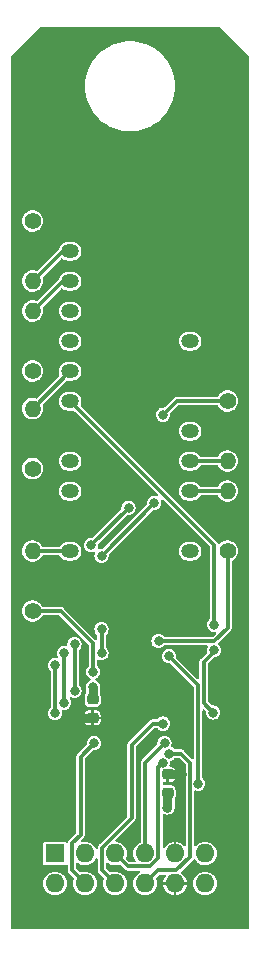
<source format=gbl>
G04 #@! TF.GenerationSoftware,KiCad,Pcbnew,7.0.1*
G04 #@! TF.CreationDate,2023-05-31T01:27:01+09:00*
G04 #@! TF.ProjectId,Pmod_MultiSegment_SinglePort,506d6f64-5f4d-4756-9c74-695365676d65,rev?*
G04 #@! TF.SameCoordinates,Original*
G04 #@! TF.FileFunction,Copper,L2,Bot*
G04 #@! TF.FilePolarity,Positive*
%FSLAX46Y46*%
G04 Gerber Fmt 4.6, Leading zero omitted, Abs format (unit mm)*
G04 Created by KiCad (PCBNEW 7.0.1) date 2023-05-31 01:27:01*
%MOMM*%
%LPD*%
G01*
G04 APERTURE LIST*
G04 Aperture macros list*
%AMRoundRect*
0 Rectangle with rounded corners*
0 $1 Rounding radius*
0 $2 $3 $4 $5 $6 $7 $8 $9 X,Y pos of 4 corners*
0 Add a 4 corners polygon primitive as box body*
4,1,4,$2,$3,$4,$5,$6,$7,$8,$9,$2,$3,0*
0 Add four circle primitives for the rounded corners*
1,1,$1+$1,$2,$3*
1,1,$1+$1,$4,$5*
1,1,$1+$1,$6,$7*
1,1,$1+$1,$8,$9*
0 Add four rect primitives between the rounded corners*
20,1,$1+$1,$2,$3,$4,$5,0*
20,1,$1+$1,$4,$5,$6,$7,0*
20,1,$1+$1,$6,$7,$8,$9,0*
20,1,$1+$1,$8,$9,$2,$3,0*%
G04 Aperture macros list end*
G04 #@! TA.AperFunction,ComponentPad*
%ADD10O,1.524000X1.200000*%
G04 #@! TD*
G04 #@! TA.AperFunction,ComponentPad*
%ADD11C,1.400000*%
G04 #@! TD*
G04 #@! TA.AperFunction,ComponentPad*
%ADD12O,1.400000X1.400000*%
G04 #@! TD*
G04 #@! TA.AperFunction,SMDPad,CuDef*
%ADD13RoundRect,0.225000X-0.250000X0.225000X-0.250000X-0.225000X0.250000X-0.225000X0.250000X0.225000X0*%
G04 #@! TD*
G04 #@! TA.AperFunction,SMDPad,CuDef*
%ADD14RoundRect,0.225000X0.250000X-0.225000X0.250000X0.225000X-0.250000X0.225000X-0.250000X-0.225000X0*%
G04 #@! TD*
G04 #@! TA.AperFunction,ComponentPad*
%ADD15R,1.600000X1.600000*%
G04 #@! TD*
G04 #@! TA.AperFunction,ComponentPad*
%ADD16O,1.600000X1.600000*%
G04 #@! TD*
G04 #@! TA.AperFunction,ViaPad*
%ADD17C,0.800000*%
G04 #@! TD*
G04 #@! TA.AperFunction,Conductor*
%ADD18C,0.300000*%
G04 #@! TD*
G04 #@! TA.AperFunction,Conductor*
%ADD19C,0.800000*%
G04 #@! TD*
G04 APERTURE END LIST*
D10*
G04 #@! TO.P,U2,1,E*
G04 #@! TO.N,/SEG_E*
X16510000Y-8890000D03*
G04 #@! TO.P,U2,3,DIG2*
G04 #@! TO.N,Net-(U2-DIG2)*
X16510000Y-3810000D03*
G04 #@! TO.P,U2,4,DIG3*
G04 #@! TO.N,Net-(U2-DIG3)*
X16510000Y-1270000D03*
G04 #@! TO.P,U2,5,D*
G04 #@! TO.N,/SEG_D*
X16510000Y1270000D03*
G04 #@! TO.P,U2,8,DP*
G04 #@! TO.N,/SEG_H*
X16510000Y8890000D03*
G04 #@! TO.P,U2,12,DIG6*
G04 #@! TO.N,Net-(U2-DIG6)*
X6350000Y16510000D03*
G04 #@! TO.P,U2,13,DIG5*
G04 #@! TO.N,Net-(U2-DIG5)*
X6350000Y13970000D03*
G04 #@! TO.P,U2,14,F*
G04 #@! TO.N,/SEG_F*
X6350000Y11430000D03*
G04 #@! TO.P,U2,15,A*
G04 #@! TO.N,/SEG_A*
X6350000Y8890000D03*
G04 #@! TO.P,U2,16,DIG4*
G04 #@! TO.N,Net-(U2-DIG4)*
X6350000Y6350000D03*
G04 #@! TO.P,U2,17,G*
G04 #@! TO.N,/SEG_G*
X6350000Y3810000D03*
G04 #@! TO.P,U2,19,C*
G04 #@! TO.N,/SEG_C*
X6350000Y-1270000D03*
G04 #@! TO.P,U2,20,B*
G04 #@! TO.N,/SEG_B*
X6350000Y-3810000D03*
G04 #@! TO.P,U2,22,DIG1*
G04 #@! TO.N,Net-(U2-DIG1)*
X6350000Y-8890000D03*
G04 #@! TD*
D11*
G04 #@! TO.P,R6,1*
G04 #@! TO.N,/DIG6*
X3175000Y19050000D03*
D12*
G04 #@! TO.P,R6,2*
G04 #@! TO.N,Net-(U2-DIG6)*
X3175000Y13970000D03*
G04 #@! TD*
D11*
G04 #@! TO.P,R5,1*
G04 #@! TO.N,/DIG5*
X3175000Y6350000D03*
D12*
G04 #@! TO.P,R5,2*
G04 #@! TO.N,Net-(U2-DIG5)*
X3175000Y11430000D03*
G04 #@! TD*
D11*
G04 #@! TO.P,R4,1*
G04 #@! TO.N,/DIG4*
X3175000Y-1905000D03*
D12*
G04 #@! TO.P,R4,2*
G04 #@! TO.N,Net-(U2-DIG4)*
X3175000Y3175000D03*
G04 #@! TD*
D11*
G04 #@! TO.P,R3,1*
G04 #@! TO.N,/DIG3*
X19685000Y3810000D03*
D12*
G04 #@! TO.P,R3,2*
G04 #@! TO.N,Net-(U2-DIG3)*
X19685000Y-1270000D03*
G04 #@! TD*
D11*
G04 #@! TO.P,R2,1*
G04 #@! TO.N,/DIG2*
X19685000Y-8890000D03*
D12*
G04 #@! TO.P,R2,2*
G04 #@! TO.N,Net-(U2-DIG2)*
X19685000Y-3810000D03*
G04 #@! TD*
D11*
G04 #@! TO.P,R1,1*
G04 #@! TO.N,/DIG1*
X3175000Y-13970000D03*
D12*
G04 #@! TO.P,R1,2*
G04 #@! TO.N,Net-(U2-DIG1)*
X3175000Y-8890000D03*
G04 #@! TD*
D13*
G04 #@! TO.P,C2,1*
G04 #@! TO.N,+3V3*
X8255000Y-21450000D03*
G04 #@! TO.P,C2,2*
G04 #@! TO.N,GND*
X8255000Y-23000000D03*
G04 #@! TD*
D14*
G04 #@! TO.P,C1,1*
G04 #@! TO.N,+3V3*
X14605000Y-29350000D03*
G04 #@! TO.P,C1,2*
G04 #@! TO.N,GND*
X14605000Y-27800000D03*
G04 #@! TD*
D15*
G04 #@! TO.P,J1,1,Pin_1*
G04 #@! TO.N,/PMOD0_P1_COM_SER*
X5080000Y-34490000D03*
D16*
G04 #@! TO.P,J1,2,Pin_2*
G04 #@! TO.N,/PMOD_P2_COM_RCLK*
X7620000Y-34490000D03*
G04 #@! TO.P,J1,3,Pin_3*
G04 #@! TO.N,/PMOD0_P3_SEG_SER*
X10160000Y-34490000D03*
G04 #@! TO.P,J1,4,Pin_4*
G04 #@! TO.N,/PMOD0_P4_SEG_RCLK*
X12700000Y-34490000D03*
G04 #@! TO.P,J1,5,Pin_5*
G04 #@! TO.N,GND*
X15240000Y-34490000D03*
G04 #@! TO.P,J1,6,Pin_6*
G04 #@! TO.N,+3V3*
X17780000Y-34490000D03*
G04 #@! TO.P,J1,7,Pin_7*
G04 #@! TO.N,/PMOD0_P7_COM_SRCLK*
X5080000Y-37030000D03*
G04 #@! TO.P,J1,8,Pin_8*
G04 #@! TO.N,/PMOD0_P8_COM_OE*
X7620000Y-37030000D03*
G04 #@! TO.P,J1,9,Pin_9*
G04 #@! TO.N,/PMOD0_P9_SEG_SRCLK*
X10160000Y-37030000D03*
G04 #@! TO.P,J1,10,Pin_10*
G04 #@! TO.N,/PMOD0_P10_SEG_OE*
X12700000Y-37030000D03*
G04 #@! TO.P,J1,11,Pin_11*
G04 #@! TO.N,GND*
X15240000Y-37030000D03*
G04 #@! TO.P,J1,12,Pin_12*
G04 #@! TO.N,+3V3*
X17780000Y-37030000D03*
G04 #@! TD*
D17*
G04 #@! TO.N,GND*
X11684000Y-20320000D03*
G04 #@! TO.N,/PMOD0_P4_SEG_RCLK*
X14351000Y-25146000D03*
G04 #@! TO.N,GND*
X11557000Y-32893000D03*
X20320000Y-18161000D03*
X18923000Y-19177000D03*
X3937000Y-5588000D03*
X6223000Y2413000D03*
X10414000Y-3937000D03*
X17526000Y31369000D03*
X2667000Y32131000D03*
X4445000Y17399000D03*
X6096000Y12700000D03*
X15621000Y4826000D03*
X17399000Y4699000D03*
X17399000Y2921000D03*
X2794000Y-7239000D03*
X3810000Y-15748000D03*
X4064000Y-19558000D03*
X2286000Y-19431000D03*
X2286000Y-31369000D03*
X2286000Y-39878000D03*
X20447000Y-39751000D03*
X20447000Y-30988000D03*
X15748000Y-30226000D03*
X15748000Y-29337000D03*
X14605000Y-32004000D03*
X15113000Y-32639000D03*
X7239000Y-24003000D03*
X5715000Y-25781000D03*
X14478000Y-22352000D03*
X12700000Y-17526000D03*
X10287000Y-17526000D03*
X10287000Y-15621000D03*
X12700000Y-15621000D03*
X13843000Y-14097000D03*
X9779000Y-10287000D03*
X10033000Y-14605000D03*
X6096000Y-13335000D03*
X7366000Y-14605000D03*
X6096000Y-6096000D03*
X6096000Y-10287000D03*
X6096000Y-15748000D03*
X14605000Y-8382000D03*
X13716000Y-5969000D03*
X12954000Y-6731000D03*
X12319000Y-4826000D03*
X12192000Y-3302000D03*
X15367000Y2540000D03*
X14224000Y3810000D03*
X13462000Y-2159000D03*
X12192000Y-762000D03*
X12065000Y1778000D03*
X12065000Y5842000D03*
X10541000Y6223000D03*
X7874000Y8890000D03*
X8001000Y3302000D03*
X10541000Y762000D03*
X10287000Y1778000D03*
G04 #@! TO.N,/DIG1*
X8305122Y-19100122D03*
G04 #@! TO.N,/DIG6*
X11303000Y-5207000D03*
X8128000Y-8382000D03*
X6731000Y-16764000D03*
X6731000Y-20701000D03*
G04 #@! TO.N,/DIG5*
X5842000Y-21717000D03*
X5842000Y-17526000D03*
G04 #@! TO.N,/DIG4*
X5080000Y-18542000D03*
X5080000Y-22606000D03*
G04 #@! TO.N,/DIG3*
X14224000Y2667000D03*
X13462000Y-4826000D03*
X9017000Y-9271000D03*
X9017000Y-15494000D03*
X9017000Y-17526000D03*
G04 #@! TO.N,/SEG_G*
X18542000Y-15113000D03*
X18542000Y-17272000D03*
G04 #@! TO.N,/DIG2*
X13843000Y-16510000D03*
G04 #@! TO.N,/SEG_A*
X14732500Y-17780000D03*
X17209500Y-28575000D03*
G04 #@! TO.N,GND*
X18923000Y-20955000D03*
G04 #@! TO.N,/SEG_G*
X18462622Y-22558378D03*
G04 #@! TO.N,/PMOD0_P9_SEG_SRCLK*
X14224000Y-23495000D03*
G04 #@! TO.N,/PMOD0_P3_SEG_SER*
X14194049Y-26817408D03*
G04 #@! TO.N,/PMOD0_P10_SEG_OE*
X14732000Y-26035000D03*
G04 #@! TO.N,/PMOD0_P8_COM_OE*
X8382000Y-25146000D03*
G04 #@! TO.N,GND*
X4445000Y-29845000D03*
X15800000Y-27800000D03*
X7200000Y-23000000D03*
G04 #@! TO.N,+3V3*
X8300000Y-20400000D03*
X14600000Y-30600000D03*
G04 #@! TD*
D18*
G04 #@! TO.N,/PMOD0_P4_SEG_RCLK*
X12700000Y-26797000D02*
X14351000Y-25146000D01*
G04 #@! TO.N,Net-(U2-DIG3)*
X19685000Y-1270000D02*
X16510000Y-1270000D01*
G04 #@! TO.N,Net-(U2-DIG2)*
X19685000Y-3810000D02*
X16510000Y-3810000D01*
G04 #@! TO.N,Net-(U2-DIG1)*
X3175000Y-8890000D02*
X6350000Y-8890000D01*
G04 #@! TO.N,Net-(U2-DIG4)*
X3175000Y3175000D02*
X6350000Y6350000D01*
G04 #@! TO.N,Net-(U2-DIG5)*
X5715000Y13970000D02*
X6350000Y13970000D01*
X3175000Y11430000D02*
X5715000Y13970000D01*
G04 #@! TO.N,Net-(U2-DIG6)*
X5715000Y16510000D02*
X6350000Y16510000D01*
X3175000Y13970000D02*
X5715000Y16510000D01*
G04 #@! TO.N,/DIG1*
X8305122Y-16687122D02*
X5588000Y-13970000D01*
X8305122Y-19100122D02*
X8305122Y-16687122D01*
X5588000Y-13970000D02*
X3175000Y-13970000D01*
G04 #@! TO.N,/DIG6*
X8128000Y-8382000D02*
X11303000Y-5207000D01*
X6731000Y-20701000D02*
X6731000Y-16764000D01*
G04 #@! TO.N,/DIG5*
X5842000Y-21717000D02*
X5842000Y-17526000D01*
G04 #@! TO.N,/DIG4*
X5080000Y-22606000D02*
X5080000Y-18542000D01*
G04 #@! TO.N,/DIG3*
X15367000Y3810000D02*
X19685000Y3810000D01*
X14224000Y2667000D02*
X15367000Y3810000D01*
X9017000Y-9271000D02*
X13462000Y-4826000D01*
X9017000Y-17526000D02*
X9017000Y-15494000D01*
G04 #@! TO.N,/SEG_G*
X18542000Y-8382000D02*
X6350000Y3810000D01*
X18542000Y-15113000D02*
X18542000Y-8382000D01*
X18542000Y-17399000D02*
X18542000Y-17272000D01*
X17659500Y-18281500D02*
X18542000Y-17399000D01*
G04 #@! TO.N,/DIG2*
X19685000Y-15367000D02*
X19685000Y-8890000D01*
X18542000Y-16510000D02*
X19685000Y-15367000D01*
X13843000Y-16510000D02*
X18542000Y-16510000D01*
G04 #@! TO.N,/SEG_G*
X17659500Y-21755256D02*
X17659500Y-18281500D01*
X18462622Y-22558378D02*
X17659500Y-21755256D01*
G04 #@! TO.N,/SEG_A*
X17209500Y-20257000D02*
X14732500Y-17780000D01*
X17209500Y-28575000D02*
X17209500Y-20257000D01*
G04 #@! TO.N,/PMOD0_P10_SEG_OE*
X15748000Y-26035000D02*
X14732000Y-26035000D01*
X15355635Y-35930000D02*
X16510000Y-34775635D01*
X16510000Y-34775635D02*
X16510000Y-26797000D01*
X13800000Y-35930000D02*
X15355635Y-35930000D01*
X16510000Y-26797000D02*
X15748000Y-26035000D01*
G04 #@! TO.N,/PMOD0_P9_SEG_SRCLK*
X13335000Y-23495000D02*
X14224000Y-23495000D01*
X11557000Y-25273000D02*
X13335000Y-23495000D01*
X11557000Y-31496000D02*
X11557000Y-25273000D01*
X9060000Y-35930000D02*
X9060000Y-33993000D01*
X9060000Y-33993000D02*
X11557000Y-31496000D01*
X10160000Y-37030000D02*
X9060000Y-35930000D01*
G04 #@! TO.N,/PMOD0_P3_SEG_SER*
X13830000Y-34915635D02*
X13830000Y-27181457D01*
X13830000Y-27181457D02*
X14194049Y-26817408D01*
X13155635Y-35590000D02*
X13830000Y-34915635D01*
X11260000Y-35590000D02*
X13155635Y-35590000D01*
X10160000Y-34490000D02*
X11260000Y-35590000D01*
G04 #@! TO.N,/PMOD0_P10_SEG_OE*
X12700000Y-37030000D02*
X13800000Y-35930000D01*
G04 #@! TO.N,/PMOD0_P4_SEG_RCLK*
X12700000Y-34490000D02*
X12700000Y-26797000D01*
G04 #@! TO.N,/PMOD0_P8_COM_OE*
X7239000Y-32893000D02*
X7239000Y-26289000D01*
X6520000Y-35930000D02*
X6520000Y-33612000D01*
X7239000Y-26289000D02*
X8382000Y-25146000D01*
X6520000Y-33612000D02*
X7239000Y-32893000D01*
X7620000Y-37030000D02*
X6520000Y-35930000D01*
D19*
G04 #@! TO.N,GND*
X14605000Y-27800000D02*
X15800000Y-27800000D01*
X8255000Y-23000000D02*
X7200000Y-23000000D01*
G04 #@! TO.N,+3V3*
X8300000Y-20400000D02*
X8300000Y-21405000D01*
X8300000Y-21405000D02*
X8255000Y-21450000D01*
X14600000Y-29355000D02*
X14605000Y-29350000D01*
X14600000Y-30600000D02*
X14600000Y-29355000D01*
G04 #@! TD*
G04 #@! TA.AperFunction,Conductor*
G04 #@! TO.N,GND*
G36*
X15599696Y-26393036D02*
G01*
X15631814Y-26414496D01*
X16130504Y-26913185D01*
X16151964Y-26945303D01*
X16159500Y-26983189D01*
X16159500Y-33757419D01*
X16141441Y-33814424D01*
X16093852Y-33850632D01*
X16034096Y-33852833D01*
X15983972Y-33820224D01*
X15950529Y-33779474D01*
X15798254Y-33654504D01*
X15624536Y-33561649D01*
X15436034Y-33504469D01*
X15339999Y-33495009D01*
X15340000Y-33495010D01*
X15340000Y-34491000D01*
X15326737Y-34540500D01*
X15290500Y-34576737D01*
X15241000Y-34590000D01*
X15239000Y-34590000D01*
X15189500Y-34576737D01*
X15153263Y-34540500D01*
X15140000Y-34491000D01*
X15140000Y-33495009D01*
X15043965Y-33504469D01*
X14855463Y-33561649D01*
X14681745Y-33654504D01*
X14529472Y-33779472D01*
X14404504Y-33931745D01*
X14366810Y-34002266D01*
X14331227Y-34040009D01*
X14281444Y-34054579D01*
X14231127Y-34041975D01*
X14194089Y-34005658D01*
X14180500Y-33955598D01*
X14180500Y-31224378D01*
X14192190Y-31177710D01*
X14224499Y-31142062D01*
X14269797Y-31125855D01*
X14317384Y-31132913D01*
X14443238Y-31185044D01*
X14600000Y-31205682D01*
X14756762Y-31185044D01*
X14902841Y-31124536D01*
X15028282Y-31028282D01*
X15124536Y-30902841D01*
X15185044Y-30756762D01*
X15200500Y-30639361D01*
X15205682Y-30600000D01*
X15201346Y-30567072D01*
X15200500Y-30554151D01*
X15200500Y-29857930D01*
X15211289Y-29812987D01*
X15264719Y-29708126D01*
X15280500Y-29608488D01*
X15280500Y-29091512D01*
X15264719Y-28991874D01*
X15203528Y-28871780D01*
X15108220Y-28776472D01*
X14988126Y-28715281D01*
X14988125Y-28715280D01*
X14988124Y-28715280D01*
X14888488Y-28699500D01*
X14321512Y-28699500D01*
X14321511Y-28699500D01*
X14294987Y-28703701D01*
X14239233Y-28696361D01*
X14196472Y-28659839D01*
X14180500Y-28605920D01*
X14180500Y-28543574D01*
X14196472Y-28489655D01*
X14239233Y-28453133D01*
X14294987Y-28445793D01*
X14321549Y-28450000D01*
X14504999Y-28450000D01*
X14505000Y-28449999D01*
X14505000Y-28449998D01*
X14705000Y-28449998D01*
X14705001Y-28449999D01*
X14888453Y-28449999D01*
X14987968Y-28434239D01*
X15107920Y-28373119D01*
X15203118Y-28277921D01*
X15264238Y-28157967D01*
X15280000Y-28058451D01*
X15280000Y-27900001D01*
X15279999Y-27900000D01*
X14705001Y-27900000D01*
X14705000Y-27900001D01*
X14705000Y-28449998D01*
X14505000Y-28449998D01*
X14505000Y-27799000D01*
X14518263Y-27749500D01*
X14554500Y-27713263D01*
X14604000Y-27700000D01*
X15279998Y-27700000D01*
X15279999Y-27699999D01*
X15279999Y-27541547D01*
X15264239Y-27442031D01*
X15203119Y-27322079D01*
X15107921Y-27226881D01*
X14987967Y-27165761D01*
X14888451Y-27150000D01*
X14854426Y-27150000D01*
X14807758Y-27138310D01*
X14772111Y-27106002D01*
X14755903Y-27060704D01*
X14762962Y-27013114D01*
X14779093Y-26974169D01*
X14779179Y-26973519D01*
X14799731Y-26817408D01*
X14788629Y-26733079D01*
X14795318Y-26682271D01*
X14826517Y-26641614D01*
X14873859Y-26622005D01*
X14888762Y-26620044D01*
X15034841Y-26559536D01*
X15160282Y-26463282D01*
X15180216Y-26437304D01*
X15190246Y-26424233D01*
X15225001Y-26395710D01*
X15268788Y-26385500D01*
X15561810Y-26385500D01*
X15599696Y-26393036D01*
G37*
G04 #@! TD.AperFunction*
G04 #@! TA.AperFunction,Conductor*
G36*
X19015605Y35476964D02*
G01*
X19047723Y35455504D01*
X21485504Y33017723D01*
X21506964Y32985605D01*
X21514500Y32947719D01*
X21514500Y-40825500D01*
X21501237Y-40875000D01*
X21465000Y-40911237D01*
X21415500Y-40924500D01*
X1444500Y-40924500D01*
X1395000Y-40911237D01*
X1358763Y-40875000D01*
X1345500Y-40825500D01*
X1345500Y-37029999D01*
X4074658Y-37029999D01*
X4093975Y-37226130D01*
X4151185Y-37414727D01*
X4244088Y-37588536D01*
X4244090Y-37588538D01*
X4369117Y-37740883D01*
X4498298Y-37846900D01*
X4521463Y-37865911D01*
X4695272Y-37958814D01*
X4789570Y-37987419D01*
X4883868Y-38016024D01*
X5080000Y-38035341D01*
X5276132Y-38016024D01*
X5464727Y-37958814D01*
X5638538Y-37865910D01*
X5790883Y-37740883D01*
X5915910Y-37588538D01*
X6008814Y-37414727D01*
X6066024Y-37226132D01*
X6085341Y-37030000D01*
X6066024Y-36833868D01*
X6008814Y-36645273D01*
X6008814Y-36645272D01*
X5915911Y-36471463D01*
X5805700Y-36337172D01*
X5790883Y-36319117D01*
X5638538Y-36194090D01*
X5638539Y-36194090D01*
X5638536Y-36194088D01*
X5464727Y-36101185D01*
X5276130Y-36043975D01*
X5080000Y-36024658D01*
X4883869Y-36043975D01*
X4695272Y-36101185D01*
X4521463Y-36194088D01*
X4369117Y-36319117D01*
X4244088Y-36471463D01*
X4151185Y-36645272D01*
X4093975Y-36833869D01*
X4074658Y-37029999D01*
X1345500Y-37029999D01*
X1345500Y-35309747D01*
X4079500Y-35309747D01*
X4091133Y-35368231D01*
X4135447Y-35434552D01*
X4144502Y-35440602D01*
X4201769Y-35478867D01*
X4260252Y-35490500D01*
X5899747Y-35490500D01*
X5899748Y-35490500D01*
X5958231Y-35478867D01*
X6015497Y-35440602D01*
X6065642Y-35424036D01*
X6117168Y-35435607D01*
X6155415Y-35472021D01*
X6169500Y-35522917D01*
X6169500Y-35883381D01*
X6167392Y-35903697D01*
X6164957Y-35915315D01*
X6166300Y-35926092D01*
X6168740Y-35945663D01*
X6169500Y-35957908D01*
X6169500Y-35959042D01*
X6172751Y-35978528D01*
X6173340Y-35982572D01*
X6180101Y-36036804D01*
X6181312Y-36040585D01*
X6207322Y-36088646D01*
X6209194Y-36092284D01*
X6221788Y-36118046D01*
X6233198Y-36141385D01*
X6235568Y-36144564D01*
X6275764Y-36181567D01*
X6278717Y-36184399D01*
X6660493Y-36566175D01*
X6686522Y-36612124D01*
X6685226Y-36664917D01*
X6633975Y-36833869D01*
X6614658Y-37029999D01*
X6633975Y-37226130D01*
X6691185Y-37414727D01*
X6784088Y-37588536D01*
X6784090Y-37588538D01*
X6909117Y-37740883D01*
X7038298Y-37846900D01*
X7061463Y-37865911D01*
X7235272Y-37958814D01*
X7329570Y-37987419D01*
X7423868Y-38016024D01*
X7620000Y-38035341D01*
X7816132Y-38016024D01*
X8004727Y-37958814D01*
X8178538Y-37865910D01*
X8330883Y-37740883D01*
X8455910Y-37588538D01*
X8548814Y-37414727D01*
X8606024Y-37226132D01*
X8625341Y-37030000D01*
X8606024Y-36833868D01*
X8548814Y-36645273D01*
X8548814Y-36645272D01*
X8455911Y-36471463D01*
X8345700Y-36337172D01*
X8330883Y-36319117D01*
X8178538Y-36194090D01*
X8178539Y-36194090D01*
X8178536Y-36194088D01*
X8004727Y-36101185D01*
X7816130Y-36043975D01*
X7620000Y-36024658D01*
X7423869Y-36043975D01*
X7254917Y-36095226D01*
X7202124Y-36096522D01*
X7156175Y-36070493D01*
X6899496Y-35813814D01*
X6878036Y-35781696D01*
X6870500Y-35743810D01*
X6870500Y-35378510D01*
X6885859Y-35325545D01*
X6927172Y-35289015D01*
X6981619Y-35280255D01*
X7032305Y-35301982D01*
X7061462Y-35325911D01*
X7235272Y-35418814D01*
X7307098Y-35440602D01*
X7423868Y-35476024D01*
X7620000Y-35495341D01*
X7816132Y-35476024D01*
X8004727Y-35418814D01*
X8178538Y-35325910D01*
X8330883Y-35200883D01*
X8455910Y-35048538D01*
X8498245Y-34969335D01*
X8523190Y-34922667D01*
X8558773Y-34884924D01*
X8608556Y-34870354D01*
X8658873Y-34882958D01*
X8695911Y-34919275D01*
X8709500Y-34969335D01*
X8709500Y-35883381D01*
X8707392Y-35903697D01*
X8704957Y-35915315D01*
X8706300Y-35926092D01*
X8708740Y-35945663D01*
X8709500Y-35957908D01*
X8709500Y-35959042D01*
X8712751Y-35978528D01*
X8713340Y-35982572D01*
X8720101Y-36036804D01*
X8721312Y-36040585D01*
X8747322Y-36088646D01*
X8749194Y-36092284D01*
X8761788Y-36118046D01*
X8773198Y-36141385D01*
X8775568Y-36144564D01*
X8815764Y-36181567D01*
X8818717Y-36184399D01*
X9200493Y-36566175D01*
X9226522Y-36612124D01*
X9225226Y-36664917D01*
X9173975Y-36833869D01*
X9154658Y-37029999D01*
X9173975Y-37226130D01*
X9231185Y-37414727D01*
X9324088Y-37588536D01*
X9324090Y-37588538D01*
X9449117Y-37740883D01*
X9578298Y-37846900D01*
X9601463Y-37865911D01*
X9775272Y-37958814D01*
X9869570Y-37987419D01*
X9963868Y-38016024D01*
X10160000Y-38035341D01*
X10356132Y-38016024D01*
X10544727Y-37958814D01*
X10718538Y-37865910D01*
X10870883Y-37740883D01*
X10995910Y-37588538D01*
X11088814Y-37414727D01*
X11146024Y-37226132D01*
X11165341Y-37030000D01*
X11146024Y-36833868D01*
X11088814Y-36645273D01*
X11088814Y-36645272D01*
X10995911Y-36471463D01*
X10885700Y-36337172D01*
X10870883Y-36319117D01*
X10718538Y-36194090D01*
X10718539Y-36194090D01*
X10718536Y-36194088D01*
X10544727Y-36101185D01*
X10356130Y-36043975D01*
X10160000Y-36024658D01*
X9963869Y-36043975D01*
X9794917Y-36095226D01*
X9742124Y-36096522D01*
X9696175Y-36070493D01*
X9439496Y-35813814D01*
X9418036Y-35781696D01*
X9410500Y-35743810D01*
X9410500Y-35378510D01*
X9425859Y-35325545D01*
X9467172Y-35289015D01*
X9521619Y-35280255D01*
X9572305Y-35301982D01*
X9601462Y-35325911D01*
X9775272Y-35418814D01*
X9847098Y-35440602D01*
X9963868Y-35476024D01*
X10160000Y-35495341D01*
X10356128Y-35476025D01*
X10356130Y-35476024D01*
X10356132Y-35476024D01*
X10525086Y-35424771D01*
X10577874Y-35423476D01*
X10623823Y-35449505D01*
X10979194Y-35804875D01*
X10992066Y-35820725D01*
X10998563Y-35830669D01*
X10998564Y-35830670D01*
X10998565Y-35830671D01*
X11022687Y-35849445D01*
X11031886Y-35857567D01*
X11032696Y-35858377D01*
X11048771Y-35869854D01*
X11052023Y-35872278D01*
X11090874Y-35902517D01*
X11090875Y-35902517D01*
X11095189Y-35905875D01*
X11098697Y-35907680D01*
X11103932Y-35909238D01*
X11103934Y-35909240D01*
X11151067Y-35923272D01*
X11154963Y-35924520D01*
X11172596Y-35930573D01*
X11201512Y-35940500D01*
X11201514Y-35940500D01*
X11206673Y-35942271D01*
X11210591Y-35942842D01*
X11216044Y-35942616D01*
X11216046Y-35942617D01*
X11265176Y-35940584D01*
X11269267Y-35940500D01*
X12220665Y-35940500D01*
X12270725Y-35954089D01*
X12307042Y-35991127D01*
X12319646Y-36041444D01*
X12305076Y-36091227D01*
X12267333Y-36126810D01*
X12141463Y-36194088D01*
X11989117Y-36319117D01*
X11864088Y-36471463D01*
X11771185Y-36645272D01*
X11713975Y-36833869D01*
X11694658Y-37029999D01*
X11713975Y-37226130D01*
X11771185Y-37414727D01*
X11864088Y-37588536D01*
X11864090Y-37588538D01*
X11989117Y-37740883D01*
X12118298Y-37846900D01*
X12141463Y-37865911D01*
X12315272Y-37958814D01*
X12409570Y-37987419D01*
X12503868Y-38016024D01*
X12700000Y-38035341D01*
X12896132Y-38016024D01*
X13084727Y-37958814D01*
X13258538Y-37865910D01*
X13410883Y-37740883D01*
X13535910Y-37588538D01*
X13628814Y-37414727D01*
X13686024Y-37226132D01*
X13695492Y-37130000D01*
X14245010Y-37130000D01*
X14254469Y-37226034D01*
X14311649Y-37414536D01*
X14404504Y-37588254D01*
X14529472Y-37740527D01*
X14681745Y-37865495D01*
X14855463Y-37958350D01*
X15043965Y-38015530D01*
X15140000Y-38024990D01*
X15340000Y-38024990D01*
X15436034Y-38015530D01*
X15624536Y-37958350D01*
X15798254Y-37865495D01*
X15950527Y-37740527D01*
X16075495Y-37588254D01*
X16168350Y-37414536D01*
X16225530Y-37226034D01*
X16234990Y-37130000D01*
X15340001Y-37130000D01*
X15340000Y-37130001D01*
X15340000Y-38024990D01*
X15140000Y-38024990D01*
X15140000Y-37130001D01*
X15139999Y-37130000D01*
X14245010Y-37130000D01*
X13695492Y-37130000D01*
X13705341Y-37030000D01*
X16774658Y-37030000D01*
X16793975Y-37226130D01*
X16851185Y-37414727D01*
X16944088Y-37588536D01*
X16944090Y-37588538D01*
X17069117Y-37740883D01*
X17198298Y-37846900D01*
X17221463Y-37865911D01*
X17395272Y-37958814D01*
X17489570Y-37987419D01*
X17583868Y-38016024D01*
X17780000Y-38035341D01*
X17976132Y-38016024D01*
X18164727Y-37958814D01*
X18338538Y-37865910D01*
X18490883Y-37740883D01*
X18615910Y-37588538D01*
X18708814Y-37414727D01*
X18766024Y-37226132D01*
X18785341Y-37030000D01*
X18766024Y-36833868D01*
X18708814Y-36645273D01*
X18708814Y-36645272D01*
X18615911Y-36471463D01*
X18505700Y-36337172D01*
X18490883Y-36319117D01*
X18338538Y-36194090D01*
X18338539Y-36194090D01*
X18338536Y-36194088D01*
X18164727Y-36101185D01*
X17976130Y-36043975D01*
X17780000Y-36024658D01*
X17583869Y-36043975D01*
X17395272Y-36101185D01*
X17221463Y-36194088D01*
X17069117Y-36319117D01*
X16944088Y-36471463D01*
X16851185Y-36645272D01*
X16793975Y-36833869D01*
X16774658Y-37030000D01*
X13705341Y-37030000D01*
X13686024Y-36833868D01*
X13634773Y-36664916D01*
X13633477Y-36612123D01*
X13659507Y-36566174D01*
X13916186Y-36309496D01*
X13948303Y-36288036D01*
X13986189Y-36280500D01*
X14352136Y-36280500D01*
X14405101Y-36295860D01*
X14441631Y-36337172D01*
X14450391Y-36391619D01*
X14428664Y-36442305D01*
X14404505Y-36471741D01*
X14311649Y-36645463D01*
X14254469Y-36833965D01*
X14245009Y-36930000D01*
X16234990Y-36930000D01*
X16225530Y-36833965D01*
X16168350Y-36645463D01*
X16075495Y-36471745D01*
X15950527Y-36319472D01*
X15798256Y-36194505D01*
X15778186Y-36183777D01*
X15736064Y-36140253D01*
X15727177Y-36080340D01*
X15754848Y-36026467D01*
X16724884Y-35056431D01*
X16740734Y-35043561D01*
X16750669Y-35037072D01*
X16768106Y-35014667D01*
X16806576Y-34984762D01*
X16854658Y-34976832D01*
X16900697Y-34992802D01*
X16933540Y-35028803D01*
X16944088Y-35048536D01*
X16973818Y-35084761D01*
X17069117Y-35200883D01*
X17116172Y-35239500D01*
X17221463Y-35325911D01*
X17395272Y-35418814D01*
X17467098Y-35440602D01*
X17583868Y-35476024D01*
X17780000Y-35495341D01*
X17976132Y-35476024D01*
X18164727Y-35418814D01*
X18338538Y-35325910D01*
X18490883Y-35200883D01*
X18615910Y-35048538D01*
X18708814Y-34874727D01*
X18766024Y-34686132D01*
X18785341Y-34490000D01*
X18766024Y-34293868D01*
X18708814Y-34105273D01*
X18708814Y-34105272D01*
X18615911Y-33931463D01*
X18551380Y-33852833D01*
X18490883Y-33779117D01*
X18384864Y-33692109D01*
X18338536Y-33654088D01*
X18164727Y-33561185D01*
X17976130Y-33503975D01*
X17780000Y-33484658D01*
X17583869Y-33503975D01*
X17395272Y-33561185D01*
X17221463Y-33654088D01*
X17085474Y-33765693D01*
X17069117Y-33779117D01*
X17036025Y-33819438D01*
X16985904Y-33852045D01*
X16926148Y-33849844D01*
X16878559Y-33813636D01*
X16860500Y-33756631D01*
X16860500Y-29228580D01*
X16872190Y-29181912D01*
X16904499Y-29146264D01*
X16949797Y-29130057D01*
X16997384Y-29137115D01*
X17052738Y-29160044D01*
X17209500Y-29180682D01*
X17366262Y-29160044D01*
X17512341Y-29099536D01*
X17637782Y-29003282D01*
X17734036Y-28877841D01*
X17794544Y-28731762D01*
X17815182Y-28575000D01*
X17794544Y-28418238D01*
X17734036Y-28272159D01*
X17646414Y-28157967D01*
X17637782Y-28146717D01*
X17598733Y-28116754D01*
X17570210Y-28081999D01*
X17560000Y-28038212D01*
X17560000Y-22390446D01*
X17576685Y-22335445D01*
X17621114Y-22298982D01*
X17678314Y-22293348D01*
X17729004Y-22320442D01*
X17835215Y-22426653D01*
X17858957Y-22464834D01*
X17863364Y-22509578D01*
X17856940Y-22558377D01*
X17877577Y-22715139D01*
X17938086Y-22861219D01*
X18034339Y-22986660D01*
X18096402Y-23034282D01*
X18159781Y-23082914D01*
X18305860Y-23143422D01*
X18462622Y-23164060D01*
X18619384Y-23143422D01*
X18765463Y-23082914D01*
X18890904Y-22986660D01*
X18987158Y-22861219D01*
X19047666Y-22715140D01*
X19068304Y-22558378D01*
X19047666Y-22401616D01*
X18987158Y-22255537D01*
X18927445Y-22177717D01*
X18890904Y-22130095D01*
X18765463Y-22033842D01*
X18619383Y-21973333D01*
X18483258Y-21955412D01*
X18462622Y-21952696D01*
X18462621Y-21952696D01*
X18413822Y-21959120D01*
X18369078Y-21954713D01*
X18330897Y-21930971D01*
X18038996Y-21639070D01*
X18017536Y-21606952D01*
X18010000Y-21569066D01*
X18010000Y-18467690D01*
X18017536Y-18429804D01*
X18038996Y-18397687D01*
X18537814Y-17898867D01*
X18564032Y-17880079D01*
X18594893Y-17870717D01*
X18698762Y-17857044D01*
X18844841Y-17796536D01*
X18970282Y-17700282D01*
X19066536Y-17574841D01*
X19127044Y-17428762D01*
X19147682Y-17272000D01*
X19127044Y-17115238D01*
X19066536Y-16969159D01*
X19012880Y-16899233D01*
X18970282Y-16843717D01*
X18909152Y-16796811D01*
X18876390Y-16752129D01*
X18872766Y-16696842D01*
X18899413Y-16648267D01*
X19899884Y-15647796D01*
X19915734Y-15634926D01*
X19925669Y-15628437D01*
X19944450Y-15604305D01*
X19952570Y-15595111D01*
X19953375Y-15594307D01*
X19964858Y-15578222D01*
X19967288Y-15574962D01*
X19997517Y-15536126D01*
X19997517Y-15536125D01*
X20000876Y-15531810D01*
X20002678Y-15528309D01*
X20004238Y-15523068D01*
X20004240Y-15523066D01*
X20018282Y-15475896D01*
X20019520Y-15472034D01*
X20037272Y-15420325D01*
X20037842Y-15416408D01*
X20037616Y-15410955D01*
X20037617Y-15410954D01*
X20035584Y-15361823D01*
X20035500Y-15357733D01*
X20035500Y-9783958D01*
X20051472Y-9730038D01*
X20094234Y-9693517D01*
X20111338Y-9685901D01*
X20137730Y-9674151D01*
X20290871Y-9562888D01*
X20417533Y-9422216D01*
X20512179Y-9258284D01*
X20570674Y-9078256D01*
X20590460Y-8890000D01*
X20570674Y-8701744D01*
X20512179Y-8521716D01*
X20417533Y-8357784D01*
X20417532Y-8357783D01*
X20417531Y-8357781D01*
X20290873Y-8217113D01*
X20167669Y-8127601D01*
X20137730Y-8105849D01*
X20101010Y-8089500D01*
X19964804Y-8028856D01*
X19903084Y-8015737D01*
X19779646Y-7989500D01*
X19590354Y-7989500D01*
X19497775Y-8009178D01*
X19405195Y-8028856D01*
X19232271Y-8105848D01*
X19079128Y-8217112D01*
X19030697Y-8270900D01*
X18991966Y-8297322D01*
X18945422Y-8302961D01*
X18901502Y-8286551D01*
X18870058Y-8251774D01*
X18854664Y-8223328D01*
X18852811Y-8219727D01*
X18831198Y-8175517D01*
X18831197Y-8175516D01*
X18828800Y-8170612D01*
X18826435Y-8167440D01*
X18822418Y-8163742D01*
X18786209Y-8130409D01*
X18783282Y-8127601D01*
X14465681Y-3810000D01*
X15542435Y-3810000D01*
X15562632Y-3989258D01*
X15598450Y-4091618D01*
X15622211Y-4159522D01*
X15718184Y-4312262D01*
X15845738Y-4439816D01*
X15998478Y-4535789D01*
X16106851Y-4573710D01*
X16168741Y-4595367D01*
X16168742Y-4595367D01*
X16168745Y-4595368D01*
X16303046Y-4610500D01*
X16716951Y-4610500D01*
X16716954Y-4610500D01*
X16851255Y-4595368D01*
X17021522Y-4535789D01*
X17174262Y-4439816D01*
X17301816Y-4312262D01*
X17368063Y-4206829D01*
X17404002Y-4172853D01*
X17451890Y-4160500D01*
X18790395Y-4160500D01*
X18839895Y-4173763D01*
X18876131Y-4210000D01*
X18952465Y-4342214D01*
X19079126Y-4482886D01*
X19079129Y-4482888D01*
X19232270Y-4594151D01*
X19405197Y-4671144D01*
X19590354Y-4710500D01*
X19779644Y-4710500D01*
X19779646Y-4710500D01*
X19964803Y-4671144D01*
X20137730Y-4594151D01*
X20290871Y-4482888D01*
X20417533Y-4342216D01*
X20512179Y-4178284D01*
X20570674Y-3998256D01*
X20590460Y-3810000D01*
X20570674Y-3621744D01*
X20512179Y-3441716D01*
X20417533Y-3277784D01*
X20417532Y-3277783D01*
X20417531Y-3277781D01*
X20290873Y-3137113D01*
X20214300Y-3081480D01*
X20137730Y-3025849D01*
X20101010Y-3009500D01*
X19964804Y-2948856D01*
X19903083Y-2935737D01*
X19779646Y-2909500D01*
X19590354Y-2909500D01*
X19497775Y-2929177D01*
X19405195Y-2948856D01*
X19232271Y-3025848D01*
X19079126Y-3137113D01*
X18952465Y-3277785D01*
X18876131Y-3410000D01*
X18839895Y-3446237D01*
X18790395Y-3459500D01*
X17451890Y-3459500D01*
X17404002Y-3447147D01*
X17368064Y-3413171D01*
X17345588Y-3377402D01*
X17301816Y-3307738D01*
X17174262Y-3180184D01*
X17021522Y-3084211D01*
X17013815Y-3081514D01*
X16851258Y-3024632D01*
X16784104Y-3017065D01*
X16716954Y-3009500D01*
X16303046Y-3009500D01*
X16245488Y-3015985D01*
X16168741Y-3024632D01*
X15998480Y-3084210D01*
X15845739Y-3180183D01*
X15845737Y-3180184D01*
X15845738Y-3180184D01*
X15718184Y-3307738D01*
X15630588Y-3447147D01*
X15622210Y-3460480D01*
X15562632Y-3630741D01*
X15542435Y-3810000D01*
X14465681Y-3810000D01*
X13092897Y-2437216D01*
X11925681Y-1270000D01*
X15542435Y-1270000D01*
X15562632Y-1449258D01*
X15619514Y-1611815D01*
X15622211Y-1619522D01*
X15718184Y-1772262D01*
X15845738Y-1899816D01*
X15998478Y-1995789D01*
X16106851Y-2033710D01*
X16168741Y-2055367D01*
X16168742Y-2055367D01*
X16168745Y-2055368D01*
X16303046Y-2070500D01*
X16716951Y-2070500D01*
X16716954Y-2070500D01*
X16851255Y-2055368D01*
X17021522Y-1995789D01*
X17174262Y-1899816D01*
X17301816Y-1772262D01*
X17368063Y-1666829D01*
X17404002Y-1632853D01*
X17451890Y-1620500D01*
X18790395Y-1620500D01*
X18839895Y-1633763D01*
X18876131Y-1670000D01*
X18952465Y-1802214D01*
X19079126Y-1942886D01*
X19079129Y-1942888D01*
X19232270Y-2054151D01*
X19405197Y-2131144D01*
X19590354Y-2170500D01*
X19779644Y-2170500D01*
X19779646Y-2170500D01*
X19964803Y-2131144D01*
X20137730Y-2054151D01*
X20290871Y-1942888D01*
X20417533Y-1802216D01*
X20512179Y-1638284D01*
X20570674Y-1458256D01*
X20590460Y-1270000D01*
X20570674Y-1081744D01*
X20512179Y-901716D01*
X20417533Y-737784D01*
X20417532Y-737783D01*
X20417531Y-737781D01*
X20290873Y-597113D01*
X20214300Y-541480D01*
X20137730Y-485849D01*
X20101010Y-469500D01*
X19964804Y-408856D01*
X19903083Y-395737D01*
X19779646Y-369500D01*
X19590354Y-369500D01*
X19497775Y-389177D01*
X19405195Y-408856D01*
X19232271Y-485848D01*
X19079126Y-597113D01*
X18952465Y-737785D01*
X18876131Y-870000D01*
X18839895Y-906237D01*
X18790395Y-919500D01*
X17451890Y-919500D01*
X17404002Y-907147D01*
X17368064Y-873171D01*
X17345588Y-837402D01*
X17301816Y-767738D01*
X17174262Y-640184D01*
X17021522Y-544211D01*
X17013815Y-541514D01*
X16851258Y-484632D01*
X16784104Y-477065D01*
X16716954Y-469500D01*
X16303046Y-469500D01*
X16245488Y-475985D01*
X16168741Y-484632D01*
X15998480Y-544210D01*
X15845739Y-640183D01*
X15845738Y-640184D01*
X15718184Y-767738D01*
X15630588Y-907147D01*
X15622210Y-920480D01*
X15562632Y-1090741D01*
X15542435Y-1270000D01*
X11925681Y-1270000D01*
X9385680Y1270000D01*
X15542435Y1270000D01*
X15562632Y1090741D01*
X15622210Y920480D01*
X15718183Y767739D01*
X15845739Y640183D01*
X15998480Y544210D01*
X16168741Y484632D01*
X16245488Y475985D01*
X16303046Y469500D01*
X16716951Y469500D01*
X16716954Y469500D01*
X16784104Y477065D01*
X16851258Y484632D01*
X17021519Y544210D01*
X17021522Y544211D01*
X17174262Y640184D01*
X17301816Y767738D01*
X17397789Y920478D01*
X17457368Y1090745D01*
X17477565Y1270000D01*
X17457368Y1449255D01*
X17397789Y1619522D01*
X17301816Y1772262D01*
X17174262Y1899816D01*
X17021522Y1995789D01*
X16851255Y2055368D01*
X16716954Y2070500D01*
X16303046Y2070500D01*
X16168745Y2055368D01*
X16168742Y2055367D01*
X16168741Y2055367D01*
X16106851Y2033710D01*
X15998478Y1995789D01*
X15845738Y1899816D01*
X15718184Y1772262D01*
X15622211Y1619522D01*
X15622210Y1619519D01*
X15562632Y1449258D01*
X15542435Y1270000D01*
X9385680Y1270000D01*
X7988680Y2667000D01*
X13618318Y2667000D01*
X13638955Y2510238D01*
X13699464Y2364158D01*
X13795717Y2238717D01*
X13921158Y2142464D01*
X14067238Y2081955D01*
X14224000Y2061318D01*
X14380761Y2081955D01*
X14526841Y2142464D01*
X14652282Y2238717D01*
X14748535Y2364158D01*
X14748536Y2364159D01*
X14809044Y2510238D01*
X14829682Y2667000D01*
X14823257Y2715800D01*
X14827664Y2760542D01*
X14851406Y2798724D01*
X15483186Y3430504D01*
X15515304Y3451964D01*
X15553190Y3459500D01*
X18790395Y3459500D01*
X18839895Y3446237D01*
X18876131Y3410000D01*
X18952465Y3277785D01*
X19079126Y3137113D01*
X19232271Y3025848D01*
X19405195Y2948856D01*
X19497775Y2929177D01*
X19590354Y2909500D01*
X19779644Y2909500D01*
X19779646Y2909500D01*
X19903083Y2935737D01*
X19964804Y2948856D01*
X20137728Y3025848D01*
X20137730Y3025849D01*
X20233297Y3095282D01*
X20290873Y3137113D01*
X20417531Y3277781D01*
X20417533Y3277784D01*
X20512179Y3441716D01*
X20570674Y3621744D01*
X20590460Y3810000D01*
X20570674Y3998256D01*
X20512179Y4178284D01*
X20417533Y4342216D01*
X20290871Y4482888D01*
X20137730Y4594151D01*
X19964803Y4671144D01*
X19779646Y4710500D01*
X19590354Y4710500D01*
X19405197Y4671144D01*
X19232270Y4594151D01*
X19109482Y4504940D01*
X19079126Y4482886D01*
X18952465Y4342214D01*
X18876131Y4210000D01*
X18839895Y4173763D01*
X18790395Y4160500D01*
X15413614Y4160500D01*
X15393298Y4162607D01*
X15381685Y4165042D01*
X15351596Y4161291D01*
X15351344Y4161260D01*
X15339099Y4160500D01*
X15337960Y4160500D01*
X15318454Y4157244D01*
X15314446Y4156660D01*
X15265607Y4150573D01*
X15265604Y4150571D01*
X15260182Y4149896D01*
X15256426Y4148693D01*
X15251620Y4146092D01*
X15251619Y4146092D01*
X15208370Y4122686D01*
X15204731Y4120813D01*
X15180523Y4108978D01*
X15160516Y4099198D01*
X15160514Y4099196D01*
X15155614Y4096801D01*
X15152441Y4094436D01*
X15148742Y4090418D01*
X15115420Y4054221D01*
X15112612Y4051294D01*
X14355724Y3294406D01*
X14317542Y3270664D01*
X14272800Y3266257D01*
X14224000Y3272682D01*
X14067238Y3252044D01*
X13921159Y3191536D01*
X13899609Y3175000D01*
X13795717Y3095282D01*
X13699464Y2969841D01*
X13638955Y2823761D01*
X13618318Y2667000D01*
X7988680Y2667000D01*
X7270733Y3384947D01*
X7244221Y3432920D01*
X7247294Y3487644D01*
X7281279Y3584766D01*
X7297367Y3630741D01*
X7297367Y3630742D01*
X7297368Y3630745D01*
X7317565Y3810000D01*
X7297368Y3989255D01*
X7237789Y4159522D01*
X7141816Y4312262D01*
X7014262Y4439816D01*
X6861522Y4535789D01*
X6691255Y4595368D01*
X6556954Y4610500D01*
X6143046Y4610500D01*
X6008745Y4595368D01*
X6008742Y4595367D01*
X6008741Y4595367D01*
X5946851Y4573710D01*
X5838478Y4535789D01*
X5685738Y4439816D01*
X5558184Y4312262D01*
X5462211Y4159522D01*
X5462210Y4159519D01*
X5402632Y3989258D01*
X5382435Y3810000D01*
X5402632Y3630741D01*
X5452704Y3487647D01*
X5462211Y3460478D01*
X5501416Y3398083D01*
X5558183Y3307739D01*
X5685739Y3180183D01*
X5838480Y3084210D01*
X6008741Y3024632D01*
X6085488Y3015985D01*
X6143046Y3009500D01*
X6556954Y3009500D01*
X6597534Y3014071D01*
X6641314Y3009137D01*
X6678619Y2985697D01*
X13755936Y-4091618D01*
X13782197Y-4138511D01*
X13780087Y-4192215D01*
X13750227Y-4236902D01*
X13701419Y-4259403D01*
X13648046Y-4253086D01*
X13618761Y-4240955D01*
X13462000Y-4220318D01*
X13305238Y-4240955D01*
X13159158Y-4301464D01*
X13033717Y-4397717D01*
X12937464Y-4523158D01*
X12876955Y-4669238D01*
X12856318Y-4826000D01*
X12862741Y-4874800D01*
X12858334Y-4919544D01*
X12834592Y-4957724D01*
X9148724Y-8643592D01*
X9110544Y-8667334D01*
X9065800Y-8671741D01*
X9017002Y-8665317D01*
X8860238Y-8685955D01*
X8829774Y-8698574D01*
X8772575Y-8704206D01*
X8721885Y-8677112D01*
X8694792Y-8626422D01*
X8700425Y-8569225D01*
X8713044Y-8538762D01*
X8733682Y-8382000D01*
X8727257Y-8333198D01*
X8731664Y-8288456D01*
X8755404Y-8250276D01*
X11171276Y-5834404D01*
X11209456Y-5810664D01*
X11254198Y-5806257D01*
X11303000Y-5812682D01*
X11459762Y-5792044D01*
X11605841Y-5731536D01*
X11731282Y-5635282D01*
X11827536Y-5509841D01*
X11888044Y-5363762D01*
X11908682Y-5207000D01*
X11888044Y-5050238D01*
X11827536Y-4904159D01*
X11767562Y-4825999D01*
X11731282Y-4778717D01*
X11605841Y-4682464D01*
X11459761Y-4621955D01*
X11303000Y-4601318D01*
X11146238Y-4621955D01*
X11000158Y-4682464D01*
X10874717Y-4778717D01*
X10778464Y-4904158D01*
X10717955Y-5050238D01*
X10697318Y-5207000D01*
X10703741Y-5255800D01*
X10699334Y-5300544D01*
X10675592Y-5338724D01*
X8259724Y-7754592D01*
X8221544Y-7778334D01*
X8176800Y-7782741D01*
X8128002Y-7776317D01*
X7971238Y-7796955D01*
X7825158Y-7857464D01*
X7699717Y-7953717D01*
X7603464Y-8079158D01*
X7542955Y-8225238D01*
X7522318Y-8381999D01*
X7522318Y-8382000D01*
X7523074Y-8387739D01*
X7542955Y-8538761D01*
X7603464Y-8684841D01*
X7699717Y-8810282D01*
X7795971Y-8884139D01*
X7825159Y-8906536D01*
X7971238Y-8967044D01*
X8128000Y-8987682D01*
X8284762Y-8967044D01*
X8315225Y-8954425D01*
X8372422Y-8948792D01*
X8423112Y-8975885D01*
X8450206Y-9026575D01*
X8444574Y-9083774D01*
X8431955Y-9114238D01*
X8411318Y-9271000D01*
X8431955Y-9427761D01*
X8492464Y-9573841D01*
X8588717Y-9699282D01*
X8656306Y-9751144D01*
X8714159Y-9795536D01*
X8860238Y-9856044D01*
X9017000Y-9876682D01*
X9173762Y-9856044D01*
X9319841Y-9795536D01*
X9445282Y-9699282D01*
X9541536Y-9573841D01*
X9602044Y-9427762D01*
X9622682Y-9271000D01*
X9616257Y-9222198D01*
X9620664Y-9177456D01*
X9644404Y-9139276D01*
X9893681Y-8889999D01*
X15542435Y-8889999D01*
X15562632Y-9069258D01*
X15599212Y-9173796D01*
X15622211Y-9239522D01*
X15718184Y-9392262D01*
X15845738Y-9519816D01*
X15998478Y-9615789D01*
X16106851Y-9653710D01*
X16168741Y-9675367D01*
X16168742Y-9675367D01*
X16168745Y-9675368D01*
X16303046Y-9690500D01*
X16716951Y-9690500D01*
X16716954Y-9690500D01*
X16851255Y-9675368D01*
X17021522Y-9615789D01*
X17174262Y-9519816D01*
X17301816Y-9392262D01*
X17397789Y-9239522D01*
X17457368Y-9069255D01*
X17477565Y-8890000D01*
X17457368Y-8710745D01*
X17454218Y-8701744D01*
X17427862Y-8626422D01*
X17397789Y-8540478D01*
X17301816Y-8387738D01*
X17174262Y-8260184D01*
X17021522Y-8164211D01*
X17013815Y-8161514D01*
X16851258Y-8104632D01*
X16784104Y-8097066D01*
X16716954Y-8089500D01*
X16303046Y-8089500D01*
X16245488Y-8095985D01*
X16168741Y-8104632D01*
X15998480Y-8164210D01*
X15845739Y-8260183D01*
X15718183Y-8387739D01*
X15671742Y-8461650D01*
X15628605Y-8530303D01*
X15622210Y-8540480D01*
X15562632Y-8710741D01*
X15542435Y-8889999D01*
X9893681Y-8889999D01*
X13330276Y-5453404D01*
X13368456Y-5429664D01*
X13413198Y-5425257D01*
X13462000Y-5431682D01*
X13618762Y-5411044D01*
X13764841Y-5350536D01*
X13890282Y-5254282D01*
X13986536Y-5128841D01*
X14047044Y-4982762D01*
X14067682Y-4826000D01*
X14047044Y-4669238D01*
X14034913Y-4639953D01*
X14028596Y-4586581D01*
X14051096Y-4537772D01*
X14095784Y-4507913D01*
X14149488Y-4505802D01*
X14196381Y-4532063D01*
X18162504Y-8498185D01*
X18183964Y-8530303D01*
X18191500Y-8568189D01*
X18191500Y-14576212D01*
X18181290Y-14619999D01*
X18152767Y-14654754D01*
X18113717Y-14684717D01*
X18017464Y-14810158D01*
X17956955Y-14956238D01*
X17936318Y-15113000D01*
X17956955Y-15269761D01*
X18017464Y-15415841D01*
X18113717Y-15541282D01*
X18183860Y-15595104D01*
X18239159Y-15637536D01*
X18385238Y-15698044D01*
X18542000Y-15718682D01*
X18593308Y-15711927D01*
X18652897Y-15722770D01*
X18695019Y-15766293D01*
X18703907Y-15826206D01*
X18676233Y-15880083D01*
X18425814Y-16130503D01*
X18393696Y-16151964D01*
X18355810Y-16159500D01*
X14379788Y-16159500D01*
X14336001Y-16149290D01*
X14301246Y-16120767D01*
X14271282Y-16081717D01*
X14145841Y-15985464D01*
X13999761Y-15924955D01*
X13843000Y-15904318D01*
X13686238Y-15924955D01*
X13540158Y-15985464D01*
X13414717Y-16081717D01*
X13318464Y-16207158D01*
X13257955Y-16353238D01*
X13237318Y-16510000D01*
X13257955Y-16666761D01*
X13318464Y-16812841D01*
X13414717Y-16938282D01*
X13510971Y-17012139D01*
X13540159Y-17034536D01*
X13686238Y-17095044D01*
X13843000Y-17115682D01*
X13999762Y-17095044D01*
X14145841Y-17034536D01*
X14271282Y-16938282D01*
X14284726Y-16920762D01*
X14301246Y-16899233D01*
X14336001Y-16870710D01*
X14379788Y-16860500D01*
X17914308Y-16860500D01*
X17960976Y-16872190D01*
X17996624Y-16904499D01*
X18012831Y-16949796D01*
X18005772Y-16997386D01*
X17956955Y-17115238D01*
X17936318Y-17272000D01*
X17957516Y-17433024D01*
X17953109Y-17477768D01*
X17929367Y-17515949D01*
X17444617Y-18000699D01*
X17428765Y-18013572D01*
X17418830Y-18020063D01*
X17400046Y-18044196D01*
X17391937Y-18053380D01*
X17391127Y-18054190D01*
X17379634Y-18070286D01*
X17377190Y-18073562D01*
X17343639Y-18116669D01*
X17341813Y-18120216D01*
X17326217Y-18172597D01*
X17324970Y-18176490D01*
X17307228Y-18228172D01*
X17306657Y-18232091D01*
X17308915Y-18286675D01*
X17309000Y-18290767D01*
X17309000Y-19621810D01*
X17292315Y-19676811D01*
X17247886Y-19713274D01*
X17190686Y-19718908D01*
X17139996Y-19691814D01*
X15359906Y-17911724D01*
X15336164Y-17873542D01*
X15331757Y-17828800D01*
X15338182Y-17780000D01*
X15317544Y-17623238D01*
X15257036Y-17477159D01*
X15174226Y-17369238D01*
X15160782Y-17351717D01*
X15035341Y-17255464D01*
X14889261Y-17194955D01*
X14753137Y-17177034D01*
X14732500Y-17174318D01*
X14732499Y-17174318D01*
X14575738Y-17194955D01*
X14429658Y-17255464D01*
X14304217Y-17351717D01*
X14207964Y-17477158D01*
X14147455Y-17623238D01*
X14126818Y-17780000D01*
X14147455Y-17936761D01*
X14207964Y-18082841D01*
X14304217Y-18208282D01*
X14400470Y-18282139D01*
X14429659Y-18304536D01*
X14575738Y-18365044D01*
X14732500Y-18385682D01*
X14781300Y-18379257D01*
X14826042Y-18383664D01*
X14864224Y-18407406D01*
X16830004Y-20373186D01*
X16851464Y-20405304D01*
X16859000Y-20443190D01*
X16859000Y-26411311D01*
X16842315Y-26466312D01*
X16797886Y-26502775D01*
X16740686Y-26508409D01*
X16689996Y-26481315D01*
X16028801Y-25820119D01*
X16015925Y-25804262D01*
X16009436Y-25794330D01*
X15985309Y-25775551D01*
X15976118Y-25767435D01*
X15975310Y-25766627D01*
X15959228Y-25755145D01*
X15955949Y-25752700D01*
X15938199Y-25738885D01*
X15917126Y-25722483D01*
X15917124Y-25722482D01*
X15912822Y-25719134D01*
X15909292Y-25717316D01*
X15856909Y-25701720D01*
X15853016Y-25700472D01*
X15801328Y-25682728D01*
X15797408Y-25682157D01*
X15747065Y-25684239D01*
X15742823Y-25684415D01*
X15738733Y-25684500D01*
X15268788Y-25684500D01*
X15225001Y-25674290D01*
X15190246Y-25645767D01*
X15160282Y-25606717D01*
X15034841Y-25510464D01*
X14968542Y-25483002D01*
X14927886Y-25451805D01*
X14908275Y-25404459D01*
X14914963Y-25353653D01*
X14936044Y-25302762D01*
X14956682Y-25146000D01*
X14936044Y-24989238D01*
X14875536Y-24843159D01*
X14853139Y-24813970D01*
X14779282Y-24717717D01*
X14653841Y-24621464D01*
X14507761Y-24560955D01*
X14351000Y-24540318D01*
X14194238Y-24560955D01*
X14048158Y-24621464D01*
X13922717Y-24717717D01*
X13826464Y-24843158D01*
X13765955Y-24989238D01*
X13745318Y-25146000D01*
X13751742Y-25194799D01*
X13747335Y-25239543D01*
X13723593Y-25277724D01*
X12485117Y-26516199D01*
X12469265Y-26529072D01*
X12459330Y-26535563D01*
X12440546Y-26559696D01*
X12432437Y-26568880D01*
X12431627Y-26569690D01*
X12420134Y-26585786D01*
X12417690Y-26589062D01*
X12384139Y-26632169D01*
X12382313Y-26635716D01*
X12366717Y-26688097D01*
X12365470Y-26691990D01*
X12347728Y-26743672D01*
X12347157Y-26747591D01*
X12349415Y-26802175D01*
X12349500Y-26806267D01*
X12349500Y-33483553D01*
X12335415Y-33534449D01*
X12297168Y-33570863D01*
X12141463Y-33654088D01*
X11989117Y-33779117D01*
X11864088Y-33931463D01*
X11771185Y-34105272D01*
X11713975Y-34293869D01*
X11694658Y-34490000D01*
X11713975Y-34686130D01*
X11771185Y-34874727D01*
X11864088Y-35048537D01*
X11888018Y-35077695D01*
X11909745Y-35128381D01*
X11900985Y-35182828D01*
X11864455Y-35224141D01*
X11811490Y-35239500D01*
X11446190Y-35239500D01*
X11408304Y-35231964D01*
X11376186Y-35210504D01*
X11119505Y-34953823D01*
X11093476Y-34907873D01*
X11094771Y-34855086D01*
X11146024Y-34686132D01*
X11146024Y-34686130D01*
X11146025Y-34686128D01*
X11165341Y-34490000D01*
X11146024Y-34293869D01*
X11088814Y-34105272D01*
X10995911Y-33931463D01*
X10931380Y-33852833D01*
X10870883Y-33779117D01*
X10764864Y-33692109D01*
X10718536Y-33654088D01*
X10544727Y-33561185D01*
X10356130Y-33503975D01*
X10280938Y-33496569D01*
X10229734Y-33476092D01*
X10197429Y-33431398D01*
X10194048Y-33376355D01*
X10220636Y-33328044D01*
X11771884Y-31776796D01*
X11787734Y-31763926D01*
X11797669Y-31757437D01*
X11816450Y-31733305D01*
X11824570Y-31724111D01*
X11825375Y-31723307D01*
X11836877Y-31707194D01*
X11839285Y-31703966D01*
X11869517Y-31665126D01*
X11869518Y-31665122D01*
X11872875Y-31660810D01*
X11874677Y-31657310D01*
X11876237Y-31652067D01*
X11876239Y-31652066D01*
X11883926Y-31626242D01*
X11890274Y-31604923D01*
X11891523Y-31601023D01*
X11907500Y-31554488D01*
X11907500Y-31554486D01*
X11909271Y-31549327D01*
X11909842Y-31545408D01*
X11909616Y-31539955D01*
X11909617Y-31539954D01*
X11907584Y-31490823D01*
X11907500Y-31486733D01*
X11907500Y-25459190D01*
X11915036Y-25421304D01*
X11936496Y-25389186D01*
X13451186Y-23874496D01*
X13483304Y-23853036D01*
X13521190Y-23845500D01*
X13687212Y-23845500D01*
X13730999Y-23855710D01*
X13765754Y-23884233D01*
X13795717Y-23923282D01*
X13891970Y-23997139D01*
X13921159Y-24019536D01*
X14067238Y-24080044D01*
X14224000Y-24100682D01*
X14380762Y-24080044D01*
X14526841Y-24019536D01*
X14652282Y-23923282D01*
X14748536Y-23797841D01*
X14809044Y-23651762D01*
X14829682Y-23495000D01*
X14809044Y-23338238D01*
X14748536Y-23192159D01*
X14714912Y-23148339D01*
X14652282Y-23066717D01*
X14526841Y-22970464D01*
X14380761Y-22909955D01*
X14224000Y-22889318D01*
X14067238Y-22909955D01*
X13921158Y-22970464D01*
X13795717Y-23066717D01*
X13765754Y-23105767D01*
X13730999Y-23134290D01*
X13687212Y-23144500D01*
X13381619Y-23144500D01*
X13361303Y-23142393D01*
X13349685Y-23139957D01*
X13319337Y-23143740D01*
X13307092Y-23144500D01*
X13305960Y-23144500D01*
X13299534Y-23145571D01*
X13286471Y-23147751D01*
X13282431Y-23148339D01*
X13228203Y-23155100D01*
X13224409Y-23156316D01*
X13176345Y-23182325D01*
X13172712Y-23184195D01*
X13123622Y-23208195D01*
X13120429Y-23210576D01*
X13083420Y-23250776D01*
X13080590Y-23253727D01*
X11342117Y-24992199D01*
X11326265Y-25005072D01*
X11316330Y-25011563D01*
X11297546Y-25035696D01*
X11289437Y-25044880D01*
X11288627Y-25045690D01*
X11277134Y-25061786D01*
X11274690Y-25065062D01*
X11241139Y-25108169D01*
X11239313Y-25111716D01*
X11223717Y-25164097D01*
X11222470Y-25167990D01*
X11204728Y-25219672D01*
X11204157Y-25223591D01*
X11206415Y-25278175D01*
X11206500Y-25282267D01*
X11206500Y-31309810D01*
X11198964Y-31347696D01*
X11177504Y-31379814D01*
X8845117Y-33712199D01*
X8829265Y-33725072D01*
X8819330Y-33731563D01*
X8800546Y-33755696D01*
X8792437Y-33764880D01*
X8791627Y-33765690D01*
X8780134Y-33781786D01*
X8777690Y-33785062D01*
X8744139Y-33828169D01*
X8742313Y-33831716D01*
X8726717Y-33884097D01*
X8725470Y-33887990D01*
X8707728Y-33939672D01*
X8707157Y-33943591D01*
X8709415Y-33998175D01*
X8709500Y-34002267D01*
X8709500Y-34010665D01*
X8695911Y-34060725D01*
X8658873Y-34097042D01*
X8608556Y-34109646D01*
X8558773Y-34095076D01*
X8523190Y-34057333D01*
X8455911Y-33931463D01*
X8391380Y-33852833D01*
X8330883Y-33779117D01*
X8224864Y-33692109D01*
X8178536Y-33654088D01*
X8004727Y-33561185D01*
X7816130Y-33503975D01*
X7620000Y-33484658D01*
X7423869Y-33503975D01*
X7371217Y-33519947D01*
X7319368Y-33521475D01*
X7273863Y-33496575D01*
X7247196Y-33452083D01*
X7246687Y-33400214D01*
X7272475Y-33355207D01*
X7453879Y-33173802D01*
X7469734Y-33160926D01*
X7479669Y-33154437D01*
X7498444Y-33130313D01*
X7506576Y-33121106D01*
X7507375Y-33120307D01*
X7507376Y-33120306D01*
X7518887Y-33104182D01*
X7521280Y-33100973D01*
X7551517Y-33062126D01*
X7551518Y-33062122D01*
X7554878Y-33057806D01*
X7556679Y-33054306D01*
X7558238Y-33049068D01*
X7558240Y-33049066D01*
X7572285Y-33001884D01*
X7573512Y-32998054D01*
X7589500Y-32951488D01*
X7589500Y-32951484D01*
X7591271Y-32946326D01*
X7591842Y-32942406D01*
X7589585Y-32887814D01*
X7589500Y-32883723D01*
X7589500Y-26475190D01*
X7597036Y-26437304D01*
X7618496Y-26405187D01*
X8250274Y-25773407D01*
X8288456Y-25749664D01*
X8333198Y-25745257D01*
X8382000Y-25751682D01*
X8538762Y-25731044D01*
X8684841Y-25670536D01*
X8810282Y-25574282D01*
X8906536Y-25448841D01*
X8967044Y-25302762D01*
X8987682Y-25146000D01*
X8967044Y-24989238D01*
X8906536Y-24843159D01*
X8884139Y-24813970D01*
X8810282Y-24717717D01*
X8684841Y-24621464D01*
X8538761Y-24560955D01*
X8382000Y-24540318D01*
X8225238Y-24560955D01*
X8079158Y-24621464D01*
X7953717Y-24717717D01*
X7857464Y-24843158D01*
X7796955Y-24989238D01*
X7776318Y-25146000D01*
X7782741Y-25194800D01*
X7778334Y-25239544D01*
X7754592Y-25277724D01*
X7024117Y-26008199D01*
X7008265Y-26021072D01*
X6998330Y-26027563D01*
X6979546Y-26051696D01*
X6971437Y-26060880D01*
X6970627Y-26061690D01*
X6959134Y-26077786D01*
X6956690Y-26081062D01*
X6923139Y-26124169D01*
X6921313Y-26127716D01*
X6905717Y-26180097D01*
X6904470Y-26183990D01*
X6886728Y-26235672D01*
X6886157Y-26239591D01*
X6888415Y-26294175D01*
X6888500Y-26298267D01*
X6888500Y-32706810D01*
X6880964Y-32744696D01*
X6859503Y-32776814D01*
X6305116Y-33331199D01*
X6289265Y-33344072D01*
X6279330Y-33350563D01*
X6260546Y-33374696D01*
X6252437Y-33383880D01*
X6251627Y-33384690D01*
X6240134Y-33400786D01*
X6237690Y-33404062D01*
X6204139Y-33447169D01*
X6202312Y-33450716D01*
X6187588Y-33500171D01*
X6153241Y-33550255D01*
X6096113Y-33570861D01*
X6037703Y-33554235D01*
X5958231Y-33501133D01*
X5928122Y-33495144D01*
X5899748Y-33489500D01*
X4260252Y-33489500D01*
X4232556Y-33495009D01*
X4201768Y-33501133D01*
X4135447Y-33545447D01*
X4091133Y-33611768D01*
X4091132Y-33611769D01*
X4091133Y-33611769D01*
X4082633Y-33654504D01*
X4079500Y-33670253D01*
X4079500Y-35309747D01*
X1345500Y-35309747D01*
X1345500Y-23258453D01*
X7580001Y-23258453D01*
X7595760Y-23357968D01*
X7656880Y-23477920D01*
X7752078Y-23573118D01*
X7872032Y-23634238D01*
X7971549Y-23650000D01*
X8154999Y-23650000D01*
X8155000Y-23649999D01*
X8155000Y-23649998D01*
X8355000Y-23649998D01*
X8355001Y-23649999D01*
X8538453Y-23649999D01*
X8637968Y-23634239D01*
X8757920Y-23573119D01*
X8853118Y-23477921D01*
X8914238Y-23357967D01*
X8930000Y-23258451D01*
X8930000Y-23100001D01*
X8929999Y-23100000D01*
X8355001Y-23100000D01*
X8355000Y-23100001D01*
X8355000Y-23649998D01*
X8155000Y-23649998D01*
X8155000Y-23100001D01*
X8154999Y-23100000D01*
X7580002Y-23100000D01*
X7580001Y-23100001D01*
X7580001Y-23258453D01*
X1345500Y-23258453D01*
X1345500Y-22606000D01*
X4474318Y-22606000D01*
X4494955Y-22762761D01*
X4555464Y-22908841D01*
X4651717Y-23034282D01*
X4737365Y-23100001D01*
X4777159Y-23130536D01*
X4923238Y-23191044D01*
X5080000Y-23211682D01*
X5236762Y-23191044D01*
X5382841Y-23130536D01*
X5508282Y-23034282D01*
X5604536Y-22908841D01*
X5608198Y-22899999D01*
X7580000Y-22899999D01*
X7580001Y-22900000D01*
X8154999Y-22900000D01*
X8155000Y-22899999D01*
X8355000Y-22899999D01*
X8355001Y-22900000D01*
X8929998Y-22900000D01*
X8929999Y-22899999D01*
X8929999Y-22741547D01*
X8914239Y-22642031D01*
X8853119Y-22522079D01*
X8757921Y-22426881D01*
X8637967Y-22365761D01*
X8538451Y-22350000D01*
X8355001Y-22350000D01*
X8355000Y-22350001D01*
X8355000Y-22899999D01*
X8155000Y-22899999D01*
X8155000Y-22350002D01*
X8154999Y-22350001D01*
X7971547Y-22350001D01*
X7872031Y-22365760D01*
X7752079Y-22426880D01*
X7656881Y-22522078D01*
X7595761Y-22642032D01*
X7580000Y-22741549D01*
X7580000Y-22899999D01*
X5608198Y-22899999D01*
X5665044Y-22762762D01*
X5685682Y-22606000D01*
X5665044Y-22449238D01*
X5665012Y-22449162D01*
X5658323Y-22398357D01*
X5677933Y-22351010D01*
X5718590Y-22319812D01*
X5769395Y-22313123D01*
X5842000Y-22322682D01*
X5998762Y-22302044D01*
X6144841Y-22241536D01*
X6270282Y-22145282D01*
X6366536Y-22019841D01*
X6427044Y-21873762D01*
X6447682Y-21717000D01*
X6427044Y-21560238D01*
X6366536Y-21414159D01*
X6350572Y-21393354D01*
X6330962Y-21346009D01*
X6337651Y-21295201D01*
X6368848Y-21254545D01*
X6416194Y-21234935D01*
X6466997Y-21241623D01*
X6574238Y-21286044D01*
X6731000Y-21306682D01*
X6887762Y-21286044D01*
X7033841Y-21225536D01*
X7159282Y-21129282D01*
X7255536Y-21003841D01*
X7316044Y-20857762D01*
X7336682Y-20701000D01*
X7316044Y-20544238D01*
X7255536Y-20398159D01*
X7233139Y-20368970D01*
X7159282Y-20272717D01*
X7120233Y-20242754D01*
X7091710Y-20207999D01*
X7081500Y-20164212D01*
X7081500Y-17300788D01*
X7091710Y-17257001D01*
X7120233Y-17222246D01*
X7159282Y-17192282D01*
X7173066Y-17174318D01*
X7255536Y-17066841D01*
X7316044Y-16920762D01*
X7336682Y-16764000D01*
X7316044Y-16607238D01*
X7255536Y-16461159D01*
X7212654Y-16405274D01*
X7159282Y-16335717D01*
X7033841Y-16239464D01*
X6887761Y-16178955D01*
X6731000Y-16158318D01*
X6574238Y-16178955D01*
X6428158Y-16239464D01*
X6302717Y-16335717D01*
X6206464Y-16461158D01*
X6145955Y-16607238D01*
X6125318Y-16764000D01*
X6134876Y-16836601D01*
X6128187Y-16887409D01*
X6096990Y-16928065D01*
X6049645Y-16947676D01*
X5998838Y-16940987D01*
X5998763Y-16940955D01*
X5858335Y-16922468D01*
X5842000Y-16920318D01*
X5841999Y-16920318D01*
X5685238Y-16940955D01*
X5539158Y-17001464D01*
X5413717Y-17097717D01*
X5317464Y-17223158D01*
X5256955Y-17369238D01*
X5236318Y-17526000D01*
X5256955Y-17682761D01*
X5312626Y-17817162D01*
X5319315Y-17867970D01*
X5299704Y-17915315D01*
X5259048Y-17946512D01*
X5208240Y-17953201D01*
X5080000Y-17936318D01*
X5079999Y-17936318D01*
X4923238Y-17956955D01*
X4777158Y-18017464D01*
X4651717Y-18113717D01*
X4555464Y-18239158D01*
X4494955Y-18385238D01*
X4474318Y-18541999D01*
X4494955Y-18698761D01*
X4555464Y-18844841D01*
X4651717Y-18970282D01*
X4690767Y-19000246D01*
X4719290Y-19035001D01*
X4729500Y-19078788D01*
X4729500Y-22069212D01*
X4719290Y-22112999D01*
X4690767Y-22147754D01*
X4651717Y-22177717D01*
X4555464Y-22303158D01*
X4494955Y-22449238D01*
X4474318Y-22606000D01*
X1345500Y-22606000D01*
X1345500Y-13970000D01*
X2269540Y-13970000D01*
X2289326Y-14158255D01*
X2347821Y-14338284D01*
X2442468Y-14502218D01*
X2569126Y-14642886D01*
X2569129Y-14642888D01*
X2722270Y-14754151D01*
X2895197Y-14831144D01*
X3080354Y-14870500D01*
X3269644Y-14870500D01*
X3269646Y-14870500D01*
X3454803Y-14831144D01*
X3627730Y-14754151D01*
X3780871Y-14642888D01*
X3907533Y-14502216D01*
X3916215Y-14487176D01*
X3983869Y-14370000D01*
X4020105Y-14333763D01*
X4069605Y-14320500D01*
X5401810Y-14320500D01*
X5439696Y-14328036D01*
X5471814Y-14349496D01*
X7925626Y-16803307D01*
X7947086Y-16835425D01*
X7954622Y-16873311D01*
X7954622Y-18563334D01*
X7944412Y-18607121D01*
X7915889Y-18641876D01*
X7876839Y-18671839D01*
X7780586Y-18797280D01*
X7720077Y-18943360D01*
X7699440Y-19100122D01*
X7720077Y-19256883D01*
X7780586Y-19402963D01*
X7876839Y-19528404D01*
X8002279Y-19624657D01*
X8002280Y-19624657D01*
X8002281Y-19624658D01*
X8081656Y-19657536D01*
X8126086Y-19693999D01*
X8142770Y-19749000D01*
X8126086Y-19804001D01*
X8081656Y-19840464D01*
X7997158Y-19875464D01*
X7871717Y-19971717D01*
X7775464Y-20097158D01*
X7714955Y-20243238D01*
X7694318Y-20400000D01*
X7698653Y-20432927D01*
X7699500Y-20445849D01*
X7699500Y-20887745D01*
X7691964Y-20925631D01*
X7670506Y-20957745D01*
X7658123Y-20970129D01*
X7656471Y-20971781D01*
X7595280Y-21091875D01*
X7579500Y-21191512D01*
X7579500Y-21708488D01*
X7595280Y-21808124D01*
X7595280Y-21808125D01*
X7595281Y-21808126D01*
X7656472Y-21928220D01*
X7751780Y-22023528D01*
X7871874Y-22084719D01*
X7971512Y-22100500D01*
X8538488Y-22100500D01*
X8638126Y-22084719D01*
X8758220Y-22023528D01*
X8853528Y-21928220D01*
X8914719Y-21808126D01*
X8930500Y-21708488D01*
X8930500Y-21191512D01*
X8914719Y-21091874D01*
X8911290Y-21085144D01*
X8900500Y-21040200D01*
X8900500Y-20445849D01*
X8901347Y-20432927D01*
X8901486Y-20431871D01*
X8905682Y-20400000D01*
X8885044Y-20243238D01*
X8824536Y-20097159D01*
X8802139Y-20067970D01*
X8728282Y-19971717D01*
X8602841Y-19875464D01*
X8523465Y-19842585D01*
X8479035Y-19806122D01*
X8462351Y-19751120D01*
X8479036Y-19696119D01*
X8523463Y-19659658D01*
X8607963Y-19624658D01*
X8733404Y-19528404D01*
X8829658Y-19402963D01*
X8890166Y-19256884D01*
X8910804Y-19100122D01*
X8890166Y-18943360D01*
X8829658Y-18797281D01*
X8754062Y-18698762D01*
X8733404Y-18671839D01*
X8694355Y-18641876D01*
X8665832Y-18607121D01*
X8655622Y-18563334D01*
X8655622Y-18174453D01*
X8667312Y-18127785D01*
X8699621Y-18092137D01*
X8744919Y-18075930D01*
X8792506Y-18082988D01*
X8860238Y-18111044D01*
X9017000Y-18131682D01*
X9173762Y-18111044D01*
X9319841Y-18050536D01*
X9445282Y-17954282D01*
X9541536Y-17828841D01*
X9602044Y-17682762D01*
X9622682Y-17526000D01*
X9602044Y-17369238D01*
X9541536Y-17223159D01*
X9504059Y-17174318D01*
X9445282Y-17097717D01*
X9406233Y-17067754D01*
X9377710Y-17032999D01*
X9367500Y-16989212D01*
X9367500Y-16030788D01*
X9377710Y-15987001D01*
X9406233Y-15952246D01*
X9445282Y-15922282D01*
X9477662Y-15880083D01*
X9541536Y-15796841D01*
X9602044Y-15650762D01*
X9622682Y-15494000D01*
X9602044Y-15337238D01*
X9541536Y-15191159D01*
X9485277Y-15117840D01*
X9445282Y-15065717D01*
X9319841Y-14969464D01*
X9173761Y-14908955D01*
X9017000Y-14888318D01*
X8860238Y-14908955D01*
X8714158Y-14969464D01*
X8588717Y-15065717D01*
X8492464Y-15191158D01*
X8431955Y-15337238D01*
X8411318Y-15494000D01*
X8431955Y-15650761D01*
X8492464Y-15796841D01*
X8588717Y-15922282D01*
X8627767Y-15952246D01*
X8656290Y-15987001D01*
X8666500Y-16030788D01*
X8666500Y-16313810D01*
X8649815Y-16368811D01*
X8605386Y-16405274D01*
X8548186Y-16410908D01*
X8497496Y-16383814D01*
X5868801Y-13755119D01*
X5855925Y-13739262D01*
X5849436Y-13729330D01*
X5825309Y-13710551D01*
X5816118Y-13702435D01*
X5815310Y-13701627D01*
X5799228Y-13690145D01*
X5795949Y-13687700D01*
X5785060Y-13679225D01*
X5757126Y-13657483D01*
X5757124Y-13657482D01*
X5752822Y-13654134D01*
X5749292Y-13652316D01*
X5696909Y-13636720D01*
X5693016Y-13635472D01*
X5641328Y-13617728D01*
X5637408Y-13617157D01*
X5587065Y-13619239D01*
X5582823Y-13619415D01*
X5578733Y-13619500D01*
X4069605Y-13619500D01*
X4020105Y-13606237D01*
X3983869Y-13570000D01*
X3907534Y-13437785D01*
X3780873Y-13297113D01*
X3704300Y-13241480D01*
X3627730Y-13185849D01*
X3627728Y-13185848D01*
X3454804Y-13108856D01*
X3393084Y-13095737D01*
X3269646Y-13069500D01*
X3080354Y-13069500D01*
X2987775Y-13089178D01*
X2895195Y-13108856D01*
X2722271Y-13185848D01*
X2569126Y-13297113D01*
X2442468Y-13437781D01*
X2347821Y-13601715D01*
X2289326Y-13781744D01*
X2269540Y-13970000D01*
X1345500Y-13970000D01*
X1345500Y-8890000D01*
X2269540Y-8890000D01*
X2289326Y-9078256D01*
X2309152Y-9139274D01*
X2347821Y-9258284D01*
X2442468Y-9422218D01*
X2569126Y-9562886D01*
X2599482Y-9584940D01*
X2722270Y-9674151D01*
X2895197Y-9751144D01*
X3080354Y-9790500D01*
X3269644Y-9790500D01*
X3269646Y-9790500D01*
X3454803Y-9751144D01*
X3627730Y-9674151D01*
X3780871Y-9562888D01*
X3907533Y-9422216D01*
X3924828Y-9392260D01*
X3983869Y-9290000D01*
X4020105Y-9253763D01*
X4069605Y-9240500D01*
X5408110Y-9240500D01*
X5455998Y-9252853D01*
X5491936Y-9286829D01*
X5511742Y-9318350D01*
X5558184Y-9392262D01*
X5685738Y-9519816D01*
X5838478Y-9615789D01*
X5946851Y-9653710D01*
X6008741Y-9675367D01*
X6008742Y-9675367D01*
X6008745Y-9675368D01*
X6143046Y-9690500D01*
X6556951Y-9690500D01*
X6556954Y-9690500D01*
X6691255Y-9675368D01*
X6861522Y-9615789D01*
X7014262Y-9519816D01*
X7141816Y-9392262D01*
X7237789Y-9239522D01*
X7297368Y-9069255D01*
X7317565Y-8890000D01*
X7297368Y-8710745D01*
X7294218Y-8701744D01*
X7267862Y-8626422D01*
X7237789Y-8540478D01*
X7141816Y-8387738D01*
X7014262Y-8260184D01*
X6861522Y-8164211D01*
X6853815Y-8161514D01*
X6691258Y-8104632D01*
X6624104Y-8097066D01*
X6556954Y-8089500D01*
X6143046Y-8089500D01*
X6085488Y-8095985D01*
X6008741Y-8104632D01*
X5838480Y-8164210D01*
X5685739Y-8260183D01*
X5558183Y-8387739D01*
X5491936Y-8493171D01*
X5455998Y-8527147D01*
X5408110Y-8539500D01*
X4069605Y-8539500D01*
X4020105Y-8526237D01*
X3983869Y-8490000D01*
X3907534Y-8357785D01*
X3780873Y-8217113D01*
X3657669Y-8127601D01*
X3627730Y-8105849D01*
X3591010Y-8089500D01*
X3454804Y-8028856D01*
X3393084Y-8015737D01*
X3269646Y-7989500D01*
X3080354Y-7989500D01*
X2987775Y-8009178D01*
X2895195Y-8028856D01*
X2722271Y-8105848D01*
X2569126Y-8217113D01*
X2442468Y-8357781D01*
X2347821Y-8521715D01*
X2299075Y-8671741D01*
X2289326Y-8701744D01*
X2269540Y-8890000D01*
X1345500Y-8890000D01*
X1345500Y-3810000D01*
X5382435Y-3810000D01*
X5402632Y-3989258D01*
X5438450Y-4091618D01*
X5462211Y-4159522D01*
X5558184Y-4312262D01*
X5685738Y-4439816D01*
X5838478Y-4535789D01*
X5946851Y-4573710D01*
X6008741Y-4595367D01*
X6008742Y-4595367D01*
X6008745Y-4595368D01*
X6143046Y-4610500D01*
X6556951Y-4610500D01*
X6556954Y-4610500D01*
X6691255Y-4595368D01*
X6861522Y-4535789D01*
X7014262Y-4439816D01*
X7141816Y-4312262D01*
X7237789Y-4159522D01*
X7297368Y-3989255D01*
X7317565Y-3810000D01*
X7297368Y-3630745D01*
X7294218Y-3621744D01*
X7275710Y-3568851D01*
X7237789Y-3460478D01*
X7141816Y-3307738D01*
X7014262Y-3180184D01*
X6861522Y-3084211D01*
X6853815Y-3081514D01*
X6691258Y-3024632D01*
X6624104Y-3017065D01*
X6556954Y-3009500D01*
X6143046Y-3009500D01*
X6085488Y-3015985D01*
X6008741Y-3024632D01*
X5838480Y-3084210D01*
X5685739Y-3180183D01*
X5685738Y-3180183D01*
X5685738Y-3180184D01*
X5558184Y-3307738D01*
X5470588Y-3447147D01*
X5462210Y-3460480D01*
X5402632Y-3630741D01*
X5382435Y-3810000D01*
X1345500Y-3810000D01*
X1345500Y-1905000D01*
X2269540Y-1905000D01*
X2289326Y-2093256D01*
X2301637Y-2131144D01*
X2347821Y-2273284D01*
X2442468Y-2437218D01*
X2569126Y-2577886D01*
X2569129Y-2577888D01*
X2722270Y-2689151D01*
X2895197Y-2766144D01*
X3080354Y-2805500D01*
X3269644Y-2805500D01*
X3269646Y-2805500D01*
X3454803Y-2766144D01*
X3627730Y-2689151D01*
X3780871Y-2577888D01*
X3907533Y-2437216D01*
X4002179Y-2273284D01*
X4060674Y-2093256D01*
X4080460Y-1905000D01*
X4060674Y-1716744D01*
X4002179Y-1536716D01*
X3907533Y-1372784D01*
X3907532Y-1372783D01*
X3907531Y-1372781D01*
X3814986Y-1269999D01*
X5382435Y-1269999D01*
X5402632Y-1449258D01*
X5459514Y-1611815D01*
X5462211Y-1619522D01*
X5558184Y-1772262D01*
X5685738Y-1899816D01*
X5838478Y-1995789D01*
X5946851Y-2033710D01*
X6008741Y-2055367D01*
X6008742Y-2055367D01*
X6008745Y-2055368D01*
X6143046Y-2070500D01*
X6556951Y-2070500D01*
X6556954Y-2070500D01*
X6691255Y-2055368D01*
X6861522Y-1995789D01*
X7014262Y-1899816D01*
X7141816Y-1772262D01*
X7237789Y-1619522D01*
X7297368Y-1449255D01*
X7317565Y-1270000D01*
X7297368Y-1090745D01*
X7294218Y-1081744D01*
X7275710Y-1028851D01*
X7237789Y-920478D01*
X7141816Y-767738D01*
X7014262Y-640184D01*
X6861522Y-544211D01*
X6853815Y-541514D01*
X6691258Y-484632D01*
X6624104Y-477065D01*
X6556954Y-469500D01*
X6143046Y-469500D01*
X6085488Y-475985D01*
X6008741Y-484632D01*
X5838480Y-544210D01*
X5685739Y-640183D01*
X5685738Y-640184D01*
X5558184Y-767738D01*
X5470588Y-907147D01*
X5462210Y-920480D01*
X5402632Y-1090741D01*
X5382435Y-1269999D01*
X3814986Y-1269999D01*
X3780873Y-1232113D01*
X3704300Y-1176480D01*
X3627730Y-1120849D01*
X3627728Y-1120848D01*
X3454804Y-1043856D01*
X3393084Y-1030737D01*
X3269646Y-1004500D01*
X3080354Y-1004500D01*
X2987775Y-1024177D01*
X2895195Y-1043856D01*
X2722271Y-1120848D01*
X2569126Y-1232113D01*
X2442468Y-1372781D01*
X2347821Y-1536715D01*
X2320598Y-1620500D01*
X2289326Y-1716744D01*
X2269540Y-1905000D01*
X1345500Y-1905000D01*
X1345500Y3175000D01*
X2269540Y3175000D01*
X2289326Y2986744D01*
X2347821Y2806715D01*
X2442468Y2642781D01*
X2569126Y2502113D01*
X2722271Y2390848D01*
X2895195Y2313856D01*
X2987775Y2294178D01*
X3080354Y2274500D01*
X3269644Y2274500D01*
X3269646Y2274500D01*
X3393083Y2300737D01*
X3454804Y2313856D01*
X3627728Y2390848D01*
X3627730Y2390849D01*
X3704300Y2446480D01*
X3780873Y2502113D01*
X3907531Y2642781D01*
X3977634Y2764203D01*
X4002179Y2806716D01*
X4060674Y2986744D01*
X4080460Y3175000D01*
X4060674Y3363256D01*
X4029947Y3457818D01*
X4027837Y3511523D01*
X4054098Y3558416D01*
X6021379Y5525697D01*
X6058684Y5549137D01*
X6102464Y5554071D01*
X6143046Y5549500D01*
X6556951Y5549500D01*
X6556954Y5549500D01*
X6624104Y5557065D01*
X6691258Y5564632D01*
X6861519Y5624210D01*
X6861522Y5624211D01*
X7014262Y5720184D01*
X7141816Y5847738D01*
X7237789Y6000478D01*
X7275710Y6108851D01*
X7297367Y6170741D01*
X7297367Y6170742D01*
X7297368Y6170745D01*
X7317565Y6350000D01*
X7297368Y6529255D01*
X7237789Y6699522D01*
X7141816Y6852262D01*
X7014262Y6979816D01*
X6861522Y7075789D01*
X6691255Y7135368D01*
X6556954Y7150500D01*
X6143046Y7150500D01*
X6008745Y7135368D01*
X6008742Y7135367D01*
X6008741Y7135367D01*
X5946851Y7113710D01*
X5838478Y7075789D01*
X5685738Y6979816D01*
X5558184Y6852262D01*
X5462211Y6699522D01*
X5462210Y6699519D01*
X5402632Y6529258D01*
X5382435Y6350000D01*
X5402632Y6170744D01*
X5452704Y6027646D01*
X5455777Y5972919D01*
X5429263Y5924945D01*
X3562185Y4057867D01*
X3510220Y4030528D01*
X3465376Y4035837D01*
X3464982Y4033980D01*
X3454804Y4036143D01*
X3454803Y4036144D01*
X3269646Y4075500D01*
X3080354Y4075500D01*
X2895197Y4036144D01*
X2722270Y3959151D01*
X2599482Y3869940D01*
X2569126Y3847886D01*
X2442468Y3707218D01*
X2398314Y3630741D01*
X2347821Y3543284D01*
X2289326Y3363256D01*
X2279807Y3272682D01*
X2269540Y3175000D01*
X1345500Y3175000D01*
X1345500Y6350000D01*
X2269540Y6350000D01*
X2289326Y6161744D01*
X2347821Y5981715D01*
X2442468Y5817781D01*
X2569126Y5677113D01*
X2722271Y5565848D01*
X2895195Y5488856D01*
X2987775Y5469178D01*
X3080354Y5449500D01*
X3269644Y5449500D01*
X3269646Y5449500D01*
X3393084Y5475737D01*
X3454804Y5488856D01*
X3627728Y5565848D01*
X3627730Y5565849D01*
X3708059Y5624211D01*
X3780873Y5677113D01*
X3907531Y5817781D01*
X3997100Y5972919D01*
X4002179Y5981716D01*
X4060674Y6161744D01*
X4080460Y6350000D01*
X4060674Y6538256D01*
X4002179Y6718284D01*
X3907533Y6882216D01*
X3780871Y7022888D01*
X3627730Y7134151D01*
X3454803Y7211144D01*
X3269646Y7250500D01*
X3080354Y7250500D01*
X2895197Y7211144D01*
X2722270Y7134151D01*
X2599482Y7044940D01*
X2569126Y7022886D01*
X2442468Y6882218D01*
X2347821Y6718284D01*
X2289326Y6538255D01*
X2269540Y6350000D01*
X1345500Y6350000D01*
X1345500Y8890000D01*
X5382435Y8890000D01*
X5396357Y8766431D01*
X5402632Y8710741D01*
X5462210Y8540480D01*
X5558183Y8387739D01*
X5685739Y8260183D01*
X5838480Y8164210D01*
X6008741Y8104632D01*
X6085488Y8095985D01*
X6143046Y8089500D01*
X6556951Y8089500D01*
X6556954Y8089500D01*
X6624104Y8097066D01*
X6691258Y8104632D01*
X6861519Y8164210D01*
X6861522Y8164211D01*
X7014262Y8260184D01*
X7141816Y8387738D01*
X7237789Y8540478D01*
X7297368Y8710745D01*
X7317565Y8890000D01*
X15542435Y8890000D01*
X15556357Y8766431D01*
X15562632Y8710741D01*
X15622210Y8540480D01*
X15718183Y8387739D01*
X15845739Y8260183D01*
X15998480Y8164210D01*
X16168741Y8104632D01*
X16245488Y8095985D01*
X16303046Y8089500D01*
X16716951Y8089500D01*
X16716954Y8089500D01*
X16784104Y8097066D01*
X16851258Y8104632D01*
X17021519Y8164210D01*
X17021522Y8164211D01*
X17174262Y8260184D01*
X17301816Y8387738D01*
X17397789Y8540478D01*
X17457368Y8710745D01*
X17477565Y8890000D01*
X17457368Y9069255D01*
X17397789Y9239522D01*
X17301816Y9392262D01*
X17174262Y9519816D01*
X17021522Y9615789D01*
X16851255Y9675368D01*
X16716954Y9690500D01*
X16303046Y9690500D01*
X16168745Y9675368D01*
X16168742Y9675367D01*
X16168741Y9675367D01*
X16106851Y9653710D01*
X15998478Y9615789D01*
X15845738Y9519816D01*
X15718184Y9392262D01*
X15622211Y9239522D01*
X15622210Y9239519D01*
X15562632Y9069258D01*
X15562632Y9069255D01*
X15542435Y8890000D01*
X7317565Y8890000D01*
X7297368Y9069255D01*
X7237789Y9239522D01*
X7141816Y9392262D01*
X7014262Y9519816D01*
X6861522Y9615789D01*
X6691255Y9675368D01*
X6556954Y9690500D01*
X6143046Y9690500D01*
X6008745Y9675368D01*
X6008742Y9675367D01*
X6008741Y9675367D01*
X5946851Y9653710D01*
X5838478Y9615789D01*
X5685738Y9519816D01*
X5558184Y9392262D01*
X5462211Y9239522D01*
X5462210Y9239519D01*
X5402632Y9069258D01*
X5402632Y9069255D01*
X5382435Y8890000D01*
X1345500Y8890000D01*
X1345500Y11430000D01*
X2269540Y11430000D01*
X2288380Y11250745D01*
X2289326Y11241744D01*
X2347821Y11061715D01*
X2442468Y10897781D01*
X2569126Y10757113D01*
X2722271Y10645848D01*
X2895195Y10568856D01*
X2987775Y10549178D01*
X3080354Y10529500D01*
X3269644Y10529500D01*
X3269646Y10529500D01*
X3393084Y10555737D01*
X3454804Y10568856D01*
X3627728Y10645848D01*
X3627730Y10645849D01*
X3708059Y10704211D01*
X3780873Y10757113D01*
X3907531Y10897781D01*
X4002178Y11061715D01*
X4002179Y11061716D01*
X4060674Y11241744D01*
X4080460Y11430000D01*
X5382435Y11430000D01*
X5402632Y11250741D01*
X5462210Y11080480D01*
X5558183Y10927739D01*
X5685739Y10800183D01*
X5838480Y10704210D01*
X6008741Y10644632D01*
X6085488Y10635985D01*
X6143046Y10629500D01*
X6556951Y10629500D01*
X6556954Y10629500D01*
X6624104Y10637066D01*
X6691258Y10644632D01*
X6861519Y10704210D01*
X6861522Y10704211D01*
X7014262Y10800184D01*
X7141816Y10927738D01*
X7237789Y11080478D01*
X7275710Y11188851D01*
X7297367Y11250741D01*
X7297367Y11250742D01*
X7297368Y11250745D01*
X7317565Y11430000D01*
X7297368Y11609255D01*
X7237789Y11779522D01*
X7141816Y11932262D01*
X7014262Y12059816D01*
X6861522Y12155789D01*
X6691255Y12215368D01*
X6556954Y12230500D01*
X6143046Y12230500D01*
X6008745Y12215368D01*
X6008742Y12215367D01*
X6008741Y12215367D01*
X5946851Y12193710D01*
X5838478Y12155789D01*
X5685738Y12059816D01*
X5558184Y11932262D01*
X5462211Y11779522D01*
X5462210Y11779519D01*
X5402632Y11609258D01*
X5382435Y11430000D01*
X4080460Y11430000D01*
X4060674Y11618256D01*
X4029947Y11712818D01*
X4027837Y11766523D01*
X4054098Y11813416D01*
X5565508Y13324826D01*
X5602814Y13348266D01*
X5646596Y13353200D01*
X5688181Y13338648D01*
X5754285Y13297113D01*
X5838480Y13244210D01*
X6008741Y13184632D01*
X6085488Y13175985D01*
X6143046Y13169500D01*
X6556951Y13169500D01*
X6556954Y13169500D01*
X6624104Y13177066D01*
X6691258Y13184632D01*
X6861519Y13244210D01*
X6861522Y13244211D01*
X7014262Y13340184D01*
X7141816Y13467738D01*
X7237789Y13620478D01*
X7275710Y13728851D01*
X7297367Y13790741D01*
X7297367Y13790742D01*
X7297368Y13790745D01*
X7317565Y13970000D01*
X7297368Y14149255D01*
X7237789Y14319522D01*
X7141816Y14472262D01*
X7014262Y14599816D01*
X6861522Y14695789D01*
X6691255Y14755368D01*
X6556954Y14770500D01*
X6143046Y14770500D01*
X6008745Y14755368D01*
X6008742Y14755367D01*
X6008741Y14755367D01*
X5946851Y14733710D01*
X5838478Y14695789D01*
X5685738Y14599816D01*
X5558184Y14472262D01*
X5462211Y14319522D01*
X5462210Y14319519D01*
X5412279Y14176827D01*
X5388839Y14139521D01*
X3562185Y12312867D01*
X3510220Y12285528D01*
X3465376Y12290837D01*
X3464982Y12288980D01*
X3454804Y12291143D01*
X3454803Y12291144D01*
X3269646Y12330500D01*
X3080354Y12330500D01*
X2895197Y12291144D01*
X2722270Y12214151D01*
X2599482Y12124940D01*
X2569126Y12102886D01*
X2442468Y11962218D01*
X2442467Y11962216D01*
X2347821Y11798284D01*
X2289326Y11618256D01*
X2269540Y11430000D01*
X1345500Y11430000D01*
X1345500Y13970000D01*
X2269540Y13970000D01*
X2289326Y13781744D01*
X2347821Y13601715D01*
X2442468Y13437781D01*
X2569126Y13297113D01*
X2722271Y13185848D01*
X2895195Y13108856D01*
X2987775Y13089178D01*
X3080354Y13069500D01*
X3269644Y13069500D01*
X3269646Y13069500D01*
X3393084Y13095737D01*
X3454804Y13108856D01*
X3627728Y13185848D01*
X3627730Y13185849D01*
X3708059Y13244211D01*
X3780873Y13297113D01*
X3907531Y13437781D01*
X4002178Y13601715D01*
X4002179Y13601716D01*
X4060674Y13781744D01*
X4080460Y13970000D01*
X4060674Y14158256D01*
X4029947Y14252818D01*
X4027837Y14306523D01*
X4054098Y14353416D01*
X5565508Y15864826D01*
X5602814Y15888266D01*
X5646596Y15893200D01*
X5688181Y15878648D01*
X5838478Y15784211D01*
X5838480Y15784210D01*
X6008741Y15724632D01*
X6085488Y15715985D01*
X6143046Y15709500D01*
X6556951Y15709500D01*
X6556954Y15709500D01*
X6624104Y15717066D01*
X6691258Y15724632D01*
X6861519Y15784210D01*
X6861522Y15784211D01*
X7014262Y15880184D01*
X7141816Y16007738D01*
X7237789Y16160478D01*
X7297368Y16330745D01*
X7317565Y16510000D01*
X7297368Y16689255D01*
X7237789Y16859522D01*
X7141816Y17012262D01*
X7014262Y17139816D01*
X6861522Y17235789D01*
X6691255Y17295368D01*
X6556954Y17310500D01*
X6143046Y17310500D01*
X6008745Y17295368D01*
X6008742Y17295367D01*
X6008741Y17295367D01*
X5946851Y17273710D01*
X5838478Y17235789D01*
X5685738Y17139816D01*
X5558184Y17012262D01*
X5462211Y16859522D01*
X5462210Y16859519D01*
X5412279Y16716827D01*
X5388839Y16679521D01*
X3562185Y14852867D01*
X3510220Y14825528D01*
X3465376Y14830837D01*
X3464982Y14828980D01*
X3454804Y14831143D01*
X3454803Y14831144D01*
X3269646Y14870500D01*
X3080354Y14870500D01*
X2895197Y14831144D01*
X2722270Y14754151D01*
X2599482Y14664940D01*
X2569126Y14642886D01*
X2442468Y14502218D01*
X2347821Y14338284D01*
X2289326Y14158255D01*
X2269540Y13970000D01*
X1345500Y13970000D01*
X1345500Y19050000D01*
X2269540Y19050000D01*
X2289326Y18861744D01*
X2347821Y18681715D01*
X2442468Y18517781D01*
X2569126Y18377113D01*
X2722271Y18265848D01*
X2895195Y18188856D01*
X2987775Y18169177D01*
X3080354Y18149500D01*
X3269644Y18149500D01*
X3269646Y18149500D01*
X3393084Y18175737D01*
X3454804Y18188856D01*
X3627728Y18265848D01*
X3627730Y18265849D01*
X3704300Y18321480D01*
X3780873Y18377113D01*
X3907531Y18517781D01*
X4002178Y18681715D01*
X4002179Y18681716D01*
X4060674Y18861744D01*
X4080460Y19050000D01*
X4060674Y19238256D01*
X4002179Y19418284D01*
X3907533Y19582216D01*
X3780871Y19722888D01*
X3627730Y19834151D01*
X3454803Y19911144D01*
X3269646Y19950500D01*
X3080354Y19950500D01*
X2895197Y19911144D01*
X2722270Y19834151D01*
X2599482Y19744940D01*
X2569126Y19722886D01*
X2442468Y19582218D01*
X2442467Y19582216D01*
X2347821Y19418284D01*
X2289326Y19238256D01*
X2269540Y19050000D01*
X1345500Y19050000D01*
X1345500Y30480000D01*
X7620000Y30480000D01*
X7639547Y30094543D01*
X7697989Y29713061D01*
X7794732Y29339417D01*
X7928767Y28977511D01*
X8098738Y28631001D01*
X8302891Y28303468D01*
X8539131Y27998271D01*
X8805040Y27718535D01*
X9097878Y27467142D01*
X9414646Y27246664D01*
X9752095Y27059366D01*
X10106766Y26907164D01*
X10475021Y26791623D01*
X10853054Y26713936D01*
X11237026Y26674890D01*
X11237027Y26674890D01*
X11622973Y26674890D01*
X11622974Y26674890D01*
X12006945Y26713936D01*
X12384978Y26791623D01*
X12753233Y26907164D01*
X13107904Y27059366D01*
X13445353Y27246664D01*
X13762121Y27467142D01*
X13762124Y27467144D01*
X14054964Y27718539D01*
X14320868Y27998271D01*
X14557109Y28303468D01*
X14761261Y28631000D01*
X14931229Y28977504D01*
X15065271Y29339427D01*
X15162009Y29713053D01*
X15173525Y29788227D01*
X15220452Y30094543D01*
X15240000Y30480000D01*
X15220452Y30865456D01*
X15162010Y31246938D01*
X15162009Y31246947D01*
X15065271Y31620573D01*
X14931229Y31982496D01*
X14761261Y32329000D01*
X14557109Y32656532D01*
X14320868Y32961729D01*
X14054964Y33241461D01*
X13762124Y33492856D01*
X13445353Y33713335D01*
X13107902Y33900635D01*
X12753233Y34052836D01*
X12384986Y34168374D01*
X12384981Y34168374D01*
X12384978Y34168376D01*
X12006945Y34246063D01*
X12006944Y34246063D01*
X12006940Y34246064D01*
X11688793Y34278416D01*
X11622974Y34285110D01*
X11622973Y34285110D01*
X11237027Y34285110D01*
X11237026Y34285110D01*
X11157589Y34277031D01*
X10853060Y34246064D01*
X10853056Y34246063D01*
X10853054Y34246063D01*
X10475021Y34168376D01*
X10475015Y34168374D01*
X10475014Y34168374D01*
X10106767Y34052836D01*
X9752098Y33900635D01*
X9625114Y33830153D01*
X9414646Y33713335D01*
X9212013Y33572297D01*
X9097876Y33492856D01*
X8805036Y33241461D01*
X8539132Y32961729D01*
X8302891Y32656532D01*
X8098739Y32329000D01*
X8098738Y32328998D01*
X7928767Y31982488D01*
X7794732Y31620582D01*
X7794729Y31620573D01*
X7697991Y31246947D01*
X7697989Y31246938D01*
X7639547Y30865456D01*
X7620000Y30480000D01*
X1345500Y30480000D01*
X1345500Y32947719D01*
X1353036Y32985605D01*
X1374496Y33017723D01*
X3812277Y35455504D01*
X3844395Y35476964D01*
X3882281Y35484500D01*
X18977719Y35484500D01*
X19015605Y35476964D01*
G37*
G04 #@! TD.AperFunction*
G04 #@! TD*
M02*

</source>
